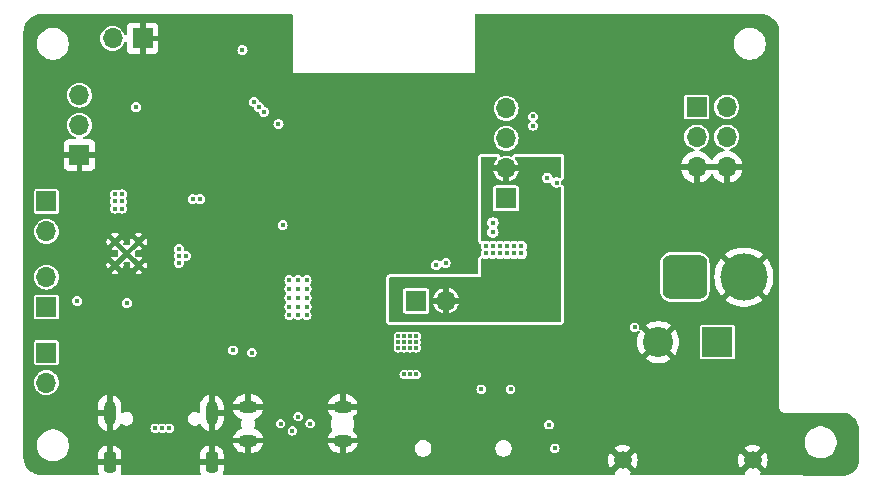
<source format=gbr>
%TF.GenerationSoftware,KiCad,Pcbnew,8.0.6*%
%TF.CreationDate,2024-12-20T17:35:19-08:00*%
%TF.ProjectId,roomba,726f6f6d-6261-42e6-9b69-6361645f7063,rev?*%
%TF.SameCoordinates,Original*%
%TF.FileFunction,Copper,L4,Bot*%
%TF.FilePolarity,Positive*%
%FSLAX46Y46*%
G04 Gerber Fmt 4.6, Leading zero omitted, Abs format (unit mm)*
G04 Created by KiCad (PCBNEW 8.0.6) date 2024-12-20 17:35:19*
%MOMM*%
%LPD*%
G01*
G04 APERTURE LIST*
G04 Aperture macros list*
%AMRoundRect*
0 Rectangle with rounded corners*
0 $1 Rounding radius*
0 $2 $3 $4 $5 $6 $7 $8 $9 X,Y pos of 4 corners*
0 Add a 4 corners polygon primitive as box body*
4,1,4,$2,$3,$4,$5,$6,$7,$8,$9,$2,$3,0*
0 Add four circle primitives for the rounded corners*
1,1,$1+$1,$2,$3*
1,1,$1+$1,$4,$5*
1,1,$1+$1,$6,$7*
1,1,$1+$1,$8,$9*
0 Add four rect primitives between the rounded corners*
20,1,$1+$1,$2,$3,$4,$5,0*
20,1,$1+$1,$4,$5,$6,$7,0*
20,1,$1+$1,$6,$7,$8,$9,0*
20,1,$1+$1,$8,$9,$2,$3,0*%
G04 Aperture macros list end*
%TA.AperFunction,ComponentPad*%
%ADD10R,1.700000X1.700000*%
%TD*%
%TA.AperFunction,ComponentPad*%
%ADD11O,1.700000X1.700000*%
%TD*%
%TA.AperFunction,ComponentPad*%
%ADD12C,0.450000*%
%TD*%
%TA.AperFunction,ComponentPad*%
%ADD13O,1.600000X1.100000*%
%TD*%
%TA.AperFunction,ComponentPad*%
%ADD14RoundRect,0.250000X-0.250000X-0.650000X0.250000X-0.650000X0.250000X0.650000X-0.250000X0.650000X0*%
%TD*%
%TA.AperFunction,ComponentPad*%
%ADD15O,1.000000X2.100000*%
%TD*%
%TA.AperFunction,ComponentPad*%
%ADD16C,4.000000*%
%TD*%
%TA.AperFunction,ComponentPad*%
%ADD17RoundRect,0.760000X-1.140000X-1.140000X1.140000X-1.140000X1.140000X1.140000X-1.140000X1.140000X0*%
%TD*%
%TA.AperFunction,ComponentPad*%
%ADD18R,2.550000X2.550000*%
%TD*%
%TA.AperFunction,ComponentPad*%
%ADD19C,1.508000*%
%TD*%
%TA.AperFunction,ComponentPad*%
%ADD20C,2.550000*%
%TD*%
%TA.AperFunction,ViaPad*%
%ADD21C,0.400000*%
%TD*%
%TA.AperFunction,ViaPad*%
%ADD22C,0.450000*%
%TD*%
G04 APERTURE END LIST*
D10*
%TO.P,U3,1,GND*%
%TO.N,GND*%
X162120000Y-102340000D03*
D11*
%TO.P,U3,2,VCC_IN*%
%TO.N,+3V3*%
X162120000Y-99800000D03*
%TO.P,U3,3,SDA*%
%TO.N,/SCL*%
X162120000Y-97260000D03*
%TO.P,U3,4,SCL*%
%TO.N,/SDA*%
X162120000Y-94720000D03*
%TD*%
D12*
%TO.P,U2,19,BODYGND*%
%TO.N,GND*%
X131000000Y-106000000D03*
X129000000Y-106000000D03*
X130000000Y-107000000D03*
X131000000Y-108000000D03*
X129000000Y-108000000D03*
%TD*%
D10*
%TO.P,M3,1,+*%
%TO.N,+BATT*%
X123200000Y-115400000D03*
D11*
%TO.P,M3,2,-*%
%TO.N,Net-(D10-A)*%
X123200000Y-117940000D03*
%TD*%
%TO.P,M2,2,-*%
%TO.N,Net-(M2--)*%
X123200000Y-109000000D03*
D10*
%TO.P,M2,1,+*%
%TO.N,Net-(M2-+)*%
X123200000Y-111540000D03*
%TD*%
%TO.P,M1,1,+*%
%TO.N,Net-(M1-+)*%
X123200000Y-102600000D03*
D11*
%TO.P,M1,2,-*%
%TO.N,Net-(M1--)*%
X123200000Y-105140000D03*
%TD*%
%TO.P,J7,2,Pin_2*%
%TO.N,+3V3*%
X157040000Y-111000000D03*
D10*
%TO.P,J7,1,Pin_1*%
%TO.N,GND*%
X154500000Y-111000000D03*
%TD*%
%TO.P,J6,1,Pin_1*%
%TO.N,GND*%
X131340000Y-88800000D03*
D11*
%TO.P,J6,2,Pin_2*%
%TO.N,+BATT*%
X128800000Y-88800000D03*
%TD*%
D13*
%TO.P,J4,S4,SHIELD*%
%TO.N,GND*%
X148275000Y-122840750D03*
%TO.P,J4,S3,SHIELD*%
X140275000Y-122840750D03*
%TO.P,J4,S2,SHIELD*%
X148275000Y-119980750D03*
%TO.P,J4,S1,SHIELD*%
X140275000Y-119980750D03*
%TD*%
D10*
%TO.P,J2,1,Pin_1*%
%TO.N,GND*%
X126000000Y-98680000D03*
D11*
%TO.P,J2,2,Pin_2*%
%TO.N,unconnected-(J2-Pin_2-Pad2)*%
X126000000Y-96140000D03*
%TO.P,J2,3,Pin_3*%
%TO.N,/BLDC_MOT*%
X126000000Y-93600000D03*
%TD*%
D14*
%TO.P,J1,S4,SHELL_GND*%
%TO.N,GND*%
X137195000Y-124673250D03*
%TO.P,J1,S3,SHELL_GND*%
X128555000Y-124673250D03*
D15*
%TO.P,J1,S2,SHELL_GND*%
X137195000Y-120493250D03*
%TO.P,J1,S1,SHELL_GND*%
X128555000Y-120493250D03*
%TD*%
D16*
%TO.P,J5,2,N*%
%TO.N,GND*%
X182250000Y-109000000D03*
D17*
%TO.P,J5,1,P*%
%TO.N,/Power/D_BATT*%
X177250000Y-109000000D03*
%TD*%
D18*
%TO.P,J3,1,P*%
%TO.N,/Power/D_BATT*%
X180000000Y-114500000D03*
D19*
%TO.P,J3,2,N*%
%TO.N,GND*%
X183000000Y-124500000D03*
D20*
X175000000Y-114500000D03*
D19*
X172000000Y-124500000D03*
%TD*%
D10*
%TO.P,LED1,1,Pin_1*%
%TO.N,+3V3*%
X178260000Y-94600000D03*
D11*
%TO.P,LED1,2,Pin_2*%
X180800000Y-94600000D03*
%TO.P,LED1,3,Pin_3*%
%TO.N,/LED_S1*%
X178260000Y-97140000D03*
%TO.P,LED1,4,Pin_4*%
%TO.N,/LED_S2*%
X180800000Y-97140000D03*
%TO.P,LED1,5,Pin_5*%
%TO.N,GND*%
X178260000Y-99680000D03*
%TO.P,LED1,6,Pin_6*%
X180800000Y-99680000D03*
%TD*%
D21*
%TO.N,GND*%
X143250000Y-107000000D03*
X143250000Y-107500000D03*
X142750000Y-107500000D03*
%TO.N,Net-(U1-SW)*%
X153000000Y-115000000D03*
X154000000Y-115000000D03*
X153500000Y-115000000D03*
X154500000Y-115000000D03*
X153000000Y-114500000D03*
X154000000Y-114500000D03*
X153500000Y-114500000D03*
X154500000Y-114500000D03*
X153500000Y-117250000D03*
X154000000Y-117250000D03*
X154500000Y-117250000D03*
X154500000Y-114000000D03*
X154000000Y-114000000D03*
X153500000Y-114000000D03*
X153000000Y-114000000D03*
%TO.N,GND*%
X152500000Y-125000000D03*
X152000000Y-125000000D03*
X152500000Y-124500000D03*
X152000000Y-124500000D03*
X177000000Y-118000000D03*
X176250000Y-118000000D03*
X176250000Y-117250000D03*
X172500000Y-118000000D03*
X173250000Y-117250000D03*
X173250000Y-118000000D03*
X175500000Y-118000000D03*
X174750000Y-118000000D03*
X174000000Y-118000000D03*
X175500000Y-117250000D03*
X175500000Y-116500000D03*
X174750000Y-116500000D03*
X174750000Y-117250000D03*
X174000000Y-117250000D03*
X174000000Y-116500000D03*
X173500000Y-104000000D03*
X174500000Y-104000000D03*
X172500000Y-104000000D03*
X174000000Y-104500000D03*
X173000000Y-104000000D03*
X173500000Y-104500000D03*
X174000000Y-104000000D03*
X173000000Y-104500000D03*
X173500000Y-105000000D03*
X166242062Y-118031831D03*
X166250000Y-117250000D03*
X166250000Y-116500000D03*
X166250000Y-115750000D03*
X166250000Y-115000000D03*
X166250000Y-114250000D03*
X165500000Y-114250000D03*
X166250000Y-113500000D03*
X165500000Y-113500000D03*
%TO.N,Net-(U1-VFB)*%
X162500000Y-118500000D03*
X160000000Y-118500000D03*
%TO.N,GND*%
X135000000Y-91250000D03*
X134000000Y-90750000D03*
X134500000Y-91250000D03*
X134000000Y-91250000D03*
X134500000Y-90750000D03*
X135000000Y-90750000D03*
X134500000Y-90000000D03*
X133500000Y-89500000D03*
X134000000Y-90000000D03*
X133500000Y-90000000D03*
X134000000Y-89500000D03*
X134500000Y-89500000D03*
X141250000Y-96250000D03*
X140250000Y-95750000D03*
X140750000Y-96250000D03*
X140250000Y-96250000D03*
X140750000Y-95750000D03*
X141250000Y-95750000D03*
X141497687Y-99252314D03*
X140997687Y-99252314D03*
X140997687Y-98752314D03*
X140497687Y-98752314D03*
X141500000Y-98750000D03*
X140497687Y-99252314D03*
X131497687Y-105002314D03*
X130997687Y-105002314D03*
X130997687Y-104502314D03*
X130497687Y-104502314D03*
X131500000Y-104500000D03*
X130497687Y-105002314D03*
X131502313Y-108997686D03*
X131000000Y-109000000D03*
X130500000Y-109000000D03*
X130500000Y-109500000D03*
X131000000Y-109500000D03*
X131500000Y-109500000D03*
X172000000Y-104250000D03*
X172500000Y-104750000D03*
X173000000Y-105250000D03*
X172000000Y-104750000D03*
X171500000Y-104750000D03*
X172500000Y-105250000D03*
X172000000Y-105250000D03*
X171500000Y-105250000D03*
X171000000Y-105250000D03*
X146250000Y-117750000D03*
X146250000Y-118750000D03*
X146750000Y-118250000D03*
X146250000Y-118250000D03*
X145750000Y-118250000D03*
X154750000Y-107750000D03*
X153750000Y-107750000D03*
X154250000Y-107750000D03*
X154750000Y-108250000D03*
X154250000Y-108250000D03*
X153750000Y-108250000D03*
X160500000Y-89000000D03*
X160000000Y-89000000D03*
X160500000Y-89500000D03*
X160000000Y-89500000D03*
X160500000Y-90000000D03*
X160000000Y-90000000D03*
X143500000Y-90000000D03*
X142750000Y-90000000D03*
X143500000Y-89500000D03*
X142750000Y-89500000D03*
X143500000Y-89000000D03*
X142750000Y-89000000D03*
X152570000Y-101090000D03*
X150925000Y-101135000D03*
X150925000Y-100275000D03*
X152575000Y-100275000D03*
X152575000Y-98625000D03*
X150925000Y-98625000D03*
%TO.N,Net-(Q9-G)*%
X165750000Y-121500000D03*
%TO.N,+3V3*%
X145250000Y-109250000D03*
X144500000Y-109250000D03*
X143750000Y-109250000D03*
X145250000Y-110000000D03*
X144500000Y-110000000D03*
X143750000Y-110000000D03*
X145250000Y-110750000D03*
X144500000Y-110750000D03*
X143750000Y-110750000D03*
X145250000Y-111500000D03*
X144500000Y-111500000D03*
X143750000Y-111500000D03*
X145250000Y-112250000D03*
X144500000Y-112250000D03*
X143750000Y-112250000D03*
%TO.N,GND*%
X138800000Y-107800000D03*
X138800000Y-107200000D03*
X138800000Y-106600000D03*
X138800000Y-106000000D03*
%TO.N,/SDA*%
X166400000Y-101000000D03*
%TO.N,/SCL*%
X165600000Y-100600000D03*
X164400000Y-95400000D03*
%TO.N,/SDA*%
X164400000Y-96200000D03*
D22*
%TO.N,/LED_S2*%
X161000000Y-105200000D03*
%TO.N,/LED_S1*%
X161000000Y-104400000D03*
%TO.N,+BATT*%
X135600000Y-102400000D03*
X136200000Y-102400000D03*
%TO.N,/SDA*%
X156200000Y-108000000D03*
%TO.N,Net-(MCU1-IO0)*%
X139800000Y-89800000D03*
X142850000Y-96050000D03*
%TO.N,+3V3*%
X141200000Y-94600000D03*
X141600000Y-95000000D03*
X140800000Y-94200000D03*
X130800000Y-94600000D03*
X129000000Y-103200000D03*
X129000000Y-102600000D03*
X129000000Y-102000000D03*
X129600000Y-103200000D03*
X129600000Y-102600000D03*
X129600000Y-102000000D03*
%TO.N,+BATT*%
X134400000Y-106600000D03*
X134400000Y-107800000D03*
X135000000Y-107200000D03*
X134400000Y-107200000D03*
%TO.N,+3V3*%
X125800000Y-111000000D03*
%TO.N,/nFault*%
X130000000Y-111200000D03*
X143200000Y-104600000D03*
%TO.N,+BATT*%
X162800000Y-106400000D03*
X163400000Y-107000000D03*
X162800000Y-107000000D03*
X163400000Y-106400000D03*
X161600000Y-106400000D03*
X162200000Y-107000000D03*
X161600000Y-107000000D03*
X162200000Y-106400000D03*
X161000000Y-106400000D03*
X160400000Y-106400000D03*
X161000000Y-107000000D03*
X160400000Y-107000000D03*
D21*
%TO.N,/DN*%
X144525000Y-120810750D03*
X144025000Y-122010750D03*
%TO.N,+V_USB*%
X133000000Y-121800000D03*
X132400000Y-121800000D03*
X133600000Y-121800000D03*
X145525000Y-121400000D03*
X143025000Y-121400000D03*
D22*
%TO.N,/SCL*%
X157000000Y-107800000D03*
D21*
%TO.N,GND*%
X167200000Y-97600000D03*
%TO.N,/DN*%
X140600000Y-115400000D03*
X139000000Y-115200000D03*
%TO.N,GND*%
X150925000Y-97750000D03*
X152575000Y-97750000D03*
X150925000Y-99495000D03*
X152570000Y-99450000D03*
X142247687Y-99252314D03*
X143250000Y-98750000D03*
X142247687Y-98752314D03*
X142747687Y-98752314D03*
X142747687Y-99252314D03*
X143247687Y-99252314D03*
%TO.N,Net-(Q9-G)*%
X173000000Y-113250000D03*
%TO.N,/Power/D_BATT*%
X166250000Y-123500000D03*
%TD*%
%TA.AperFunction,Conductor*%
%TO.N,GND*%
G36*
X180334075Y-99487007D02*
G01*
X180300000Y-99614174D01*
X180300000Y-99745826D01*
X180334075Y-99872993D01*
X180366988Y-99930000D01*
X178693012Y-99930000D01*
X178725925Y-99872993D01*
X178760000Y-99745826D01*
X178760000Y-99614174D01*
X178725925Y-99487007D01*
X178693012Y-99430000D01*
X180366988Y-99430000D01*
X180334075Y-99487007D01*
G37*
%TD.AperFunction*%
%TA.AperFunction,Conductor*%
G36*
X144009191Y-86769407D02*
G01*
X144045155Y-86818907D01*
X144050000Y-86849500D01*
X144050000Y-91725000D01*
X144050001Y-91725000D01*
X159449999Y-91725000D01*
X159450000Y-91725000D01*
X159450000Y-89143709D01*
X181399500Y-89143709D01*
X181399500Y-89356290D01*
X181432752Y-89566238D01*
X181498443Y-89768412D01*
X181594948Y-89957815D01*
X181594950Y-89957819D01*
X181719891Y-90129786D01*
X181719893Y-90129788D01*
X181719896Y-90129792D01*
X181870208Y-90280104D01*
X181870211Y-90280106D01*
X181870213Y-90280108D01*
X182042180Y-90405049D01*
X182042184Y-90405051D01*
X182231588Y-90501557D01*
X182433757Y-90567246D01*
X182433758Y-90567246D01*
X182433761Y-90567247D01*
X182643710Y-90600500D01*
X182643713Y-90600500D01*
X182856290Y-90600500D01*
X183066238Y-90567247D01*
X183066239Y-90567246D01*
X183066243Y-90567246D01*
X183268412Y-90501557D01*
X183457816Y-90405051D01*
X183629792Y-90280104D01*
X183780104Y-90129792D01*
X183863402Y-90015141D01*
X183905049Y-89957819D01*
X183905051Y-89957816D01*
X184001557Y-89768412D01*
X184067246Y-89566243D01*
X184067247Y-89566238D01*
X184100500Y-89356290D01*
X184100500Y-89143709D01*
X184067247Y-88933761D01*
X184067246Y-88933757D01*
X184001557Y-88731588D01*
X183905051Y-88542184D01*
X183905049Y-88542180D01*
X183780108Y-88370213D01*
X183780106Y-88370211D01*
X183780104Y-88370208D01*
X183629792Y-88219896D01*
X183629788Y-88219893D01*
X183629786Y-88219891D01*
X183457819Y-88094950D01*
X183457815Y-88094948D01*
X183268412Y-87998443D01*
X183066238Y-87932752D01*
X182856290Y-87899500D01*
X182856287Y-87899500D01*
X182643713Y-87899500D01*
X182643710Y-87899500D01*
X182433761Y-87932752D01*
X182231587Y-87998443D01*
X182042184Y-88094948D01*
X182042180Y-88094950D01*
X181870213Y-88219891D01*
X181719891Y-88370213D01*
X181594950Y-88542180D01*
X181594948Y-88542184D01*
X181498443Y-88731587D01*
X181432752Y-88933761D01*
X181399500Y-89143709D01*
X159450000Y-89143709D01*
X159450000Y-86849500D01*
X159468907Y-86791309D01*
X159518407Y-86755345D01*
X159549000Y-86750500D01*
X183684108Y-86750500D01*
X183746460Y-86750500D01*
X183753522Y-86750752D01*
X183778505Y-86752538D01*
X183956345Y-86765258D01*
X183970308Y-86767265D01*
X184165549Y-86809737D01*
X184179088Y-86813713D01*
X184366292Y-86883537D01*
X184379118Y-86889394D01*
X184554476Y-86985146D01*
X184566356Y-86992781D01*
X184726294Y-87112509D01*
X184736966Y-87121756D01*
X184878243Y-87263033D01*
X184887493Y-87273709D01*
X185007218Y-87433643D01*
X185014854Y-87445525D01*
X185110602Y-87620875D01*
X185116466Y-87633715D01*
X185186284Y-87820904D01*
X185190264Y-87834457D01*
X185232732Y-88029681D01*
X185234742Y-88043662D01*
X185249248Y-88246476D01*
X185249500Y-88253539D01*
X185249500Y-120065892D01*
X185250878Y-120071034D01*
X185283609Y-120193190D01*
X185349496Y-120307309D01*
X185349498Y-120307311D01*
X185349500Y-120307314D01*
X185442686Y-120400500D01*
X185442688Y-120400501D01*
X185442690Y-120400503D01*
X185556810Y-120466390D01*
X185556808Y-120466390D01*
X185556812Y-120466391D01*
X185556814Y-120466392D01*
X185684108Y-120500500D01*
X185815892Y-120500500D01*
X190434694Y-120500500D01*
X190456001Y-120502820D01*
X190456585Y-120502949D01*
X190509005Y-120500599D01*
X190513438Y-120500500D01*
X190538494Y-120500500D01*
X190541329Y-120500541D01*
X190722775Y-120505739D01*
X190737220Y-120507218D01*
X190927431Y-120540951D01*
X190941486Y-120544524D01*
X191124721Y-120605731D01*
X191138108Y-120611326D01*
X191310399Y-120698684D01*
X191322834Y-120706184D01*
X191480483Y-120817813D01*
X191491685Y-120827050D01*
X191605686Y-120936057D01*
X191631302Y-120960550D01*
X191641027Y-120971322D01*
X191759607Y-121123821D01*
X191767655Y-121135907D01*
X191862635Y-121304107D01*
X191868831Y-121317247D01*
X191938173Y-121497535D01*
X191942379Y-121511440D01*
X191984589Y-121699933D01*
X191986715Y-121714304D01*
X192001153Y-121910567D01*
X192001420Y-121917830D01*
X192001420Y-121980102D01*
X192001427Y-121980156D01*
X192002265Y-121991941D01*
X192028055Y-124276907D01*
X192026697Y-124290086D01*
X192026909Y-124290105D01*
X192026351Y-124296569D01*
X192028852Y-124352376D01*
X192028945Y-124355689D01*
X192029078Y-124367454D01*
X192029043Y-124371407D01*
X192023564Y-124562757D01*
X192022084Y-124577209D01*
X191988356Y-124767406D01*
X191984777Y-124781485D01*
X191923579Y-124964696D01*
X191917978Y-124978101D01*
X191830623Y-125150390D01*
X191823120Y-125162830D01*
X191711497Y-125320473D01*
X191702255Y-125331681D01*
X191568760Y-125471294D01*
X191557977Y-125481029D01*
X191405487Y-125599604D01*
X191393395Y-125607656D01*
X191225197Y-125702635D01*
X191212057Y-125708831D01*
X191031767Y-125778174D01*
X191017862Y-125782380D01*
X190829368Y-125824591D01*
X190814997Y-125826717D01*
X190620184Y-125841047D01*
X190611607Y-125841305D01*
X183914529Y-125752422D01*
X183902922Y-125751584D01*
X183901697Y-125751422D01*
X183839715Y-125751421D01*
X183838404Y-125751412D01*
X183776538Y-125750590D01*
X183775308Y-125750736D01*
X183763714Y-125751417D01*
X183713059Y-125751416D01*
X183654869Y-125732508D01*
X183618906Y-125683007D01*
X183618907Y-125621821D01*
X183654872Y-125572322D01*
X183656276Y-125571321D01*
X183692442Y-125545996D01*
X183129408Y-124982962D01*
X183192993Y-124965925D01*
X183307007Y-124900099D01*
X183400099Y-124807007D01*
X183465925Y-124692993D01*
X183482962Y-124629408D01*
X184045996Y-125192442D01*
X184090137Y-125129405D01*
X184090145Y-125129391D01*
X184182875Y-124930533D01*
X184239667Y-124718579D01*
X184258790Y-124500003D01*
X184258790Y-124499996D01*
X184239667Y-124281420D01*
X184182874Y-124069463D01*
X184090148Y-123870613D01*
X184090146Y-123870609D01*
X184045995Y-123807555D01*
X183482962Y-124370589D01*
X183465925Y-124307007D01*
X183400099Y-124192993D01*
X183307007Y-124099901D01*
X183192993Y-124034075D01*
X183129407Y-124017036D01*
X183692442Y-123454002D01*
X183629396Y-123409856D01*
X183629386Y-123409851D01*
X183430535Y-123317125D01*
X183430536Y-123317125D01*
X183218579Y-123260332D01*
X183000003Y-123241210D01*
X182999997Y-123241210D01*
X182781420Y-123260332D01*
X182569463Y-123317125D01*
X182370615Y-123409850D01*
X182370609Y-123409853D01*
X182307556Y-123454002D01*
X182870591Y-124017037D01*
X182807007Y-124034075D01*
X182692993Y-124099901D01*
X182599901Y-124192993D01*
X182534075Y-124307007D01*
X182517037Y-124370591D01*
X181954002Y-123807556D01*
X181909853Y-123870609D01*
X181909850Y-123870615D01*
X181817125Y-124069463D01*
X181760332Y-124281420D01*
X181741210Y-124499996D01*
X181741210Y-124500003D01*
X181760332Y-124718579D01*
X181817125Y-124930536D01*
X181909851Y-125129386D01*
X181909856Y-125129396D01*
X181954002Y-125192442D01*
X182517036Y-124629407D01*
X182534075Y-124692993D01*
X182599901Y-124807007D01*
X182692993Y-124900099D01*
X182807007Y-124965925D01*
X182870589Y-124982962D01*
X182307555Y-125545995D01*
X182343657Y-125571274D01*
X182380479Y-125620139D01*
X182381547Y-125681315D01*
X182346453Y-125731435D01*
X182288601Y-125751355D01*
X182286870Y-125751370D01*
X172713553Y-125751069D01*
X172655363Y-125732160D01*
X172619400Y-125682659D01*
X172619402Y-125621473D01*
X172655368Y-125571974D01*
X172656771Y-125570973D01*
X172692441Y-125545995D01*
X172129408Y-124982962D01*
X172192993Y-124965925D01*
X172307007Y-124900099D01*
X172400099Y-124807007D01*
X172465925Y-124692993D01*
X172482962Y-124629408D01*
X173045996Y-125192442D01*
X173090137Y-125129405D01*
X173090145Y-125129391D01*
X173182875Y-124930533D01*
X173239667Y-124718579D01*
X173258790Y-124500003D01*
X173258790Y-124499996D01*
X173239667Y-124281420D01*
X173182874Y-124069463D01*
X173090148Y-123870613D01*
X173090146Y-123870609D01*
X173045995Y-123807555D01*
X172482962Y-124370589D01*
X172465925Y-124307007D01*
X172400099Y-124192993D01*
X172307007Y-124099901D01*
X172192993Y-124034075D01*
X172129407Y-124017036D01*
X172692442Y-123454002D01*
X172629396Y-123409856D01*
X172629386Y-123409851D01*
X172430535Y-123317125D01*
X172430536Y-123317125D01*
X172218579Y-123260332D01*
X172000003Y-123241210D01*
X171999997Y-123241210D01*
X171781420Y-123260332D01*
X171569463Y-123317125D01*
X171370615Y-123409850D01*
X171370609Y-123409853D01*
X171307556Y-123454002D01*
X171870591Y-124017037D01*
X171807007Y-124034075D01*
X171692993Y-124099901D01*
X171599901Y-124192993D01*
X171534075Y-124307007D01*
X171517037Y-124370591D01*
X170954002Y-123807556D01*
X170909853Y-123870609D01*
X170909850Y-123870615D01*
X170817125Y-124069463D01*
X170760332Y-124281420D01*
X170741210Y-124499996D01*
X170741210Y-124500003D01*
X170760332Y-124718579D01*
X170817125Y-124930536D01*
X170909851Y-125129386D01*
X170909856Y-125129396D01*
X170954002Y-125192442D01*
X171517036Y-124629407D01*
X171534075Y-124692993D01*
X171599901Y-124807007D01*
X171692993Y-124900099D01*
X171807007Y-124965925D01*
X171870589Y-124982962D01*
X171307555Y-125545995D01*
X171343164Y-125570929D01*
X171379986Y-125619794D01*
X171381053Y-125680970D01*
X171345958Y-125731090D01*
X171288106Y-125751010D01*
X171286376Y-125751025D01*
X138230794Y-125749986D01*
X138172604Y-125731077D01*
X138136641Y-125681576D01*
X138136643Y-125620390D01*
X138136822Y-125619846D01*
X138184506Y-125475943D01*
X138195000Y-125373237D01*
X138195000Y-124923251D01*
X138194999Y-124923250D01*
X137495000Y-124923250D01*
X137495000Y-124423250D01*
X138194998Y-124423250D01*
X138194999Y-124423249D01*
X138194999Y-123973263D01*
X138184507Y-123870562D01*
X138184504Y-123870550D01*
X138129356Y-123704125D01*
X138037319Y-123554909D01*
X137913340Y-123430930D01*
X137764124Y-123338893D01*
X137597693Y-123283743D01*
X137494987Y-123273250D01*
X137445001Y-123273250D01*
X137445000Y-123273251D01*
X137445000Y-124106261D01*
X137435060Y-124089045D01*
X137379205Y-124033190D01*
X137310796Y-123993694D01*
X137234496Y-123973250D01*
X137155504Y-123973250D01*
X137079204Y-123993694D01*
X137010795Y-124033190D01*
X136954940Y-124089045D01*
X136945000Y-124106261D01*
X136945000Y-123273249D01*
X136895015Y-123273250D01*
X136895012Y-123273251D01*
X136792312Y-123283742D01*
X136792300Y-123283745D01*
X136625875Y-123338893D01*
X136476659Y-123430930D01*
X136352680Y-123554909D01*
X136260643Y-123704125D01*
X136205493Y-123870556D01*
X136195000Y-123973262D01*
X136195000Y-124423249D01*
X136195001Y-124423250D01*
X136895000Y-124423250D01*
X136895000Y-124923250D01*
X136195002Y-124923250D01*
X136195001Y-124923251D01*
X136195001Y-125373236D01*
X136205492Y-125475937D01*
X136205495Y-125475949D01*
X136253156Y-125619780D01*
X136253512Y-125680964D01*
X136217837Y-125730673D01*
X136159757Y-125749918D01*
X136159178Y-125749920D01*
X129590884Y-125749714D01*
X129532694Y-125730805D01*
X129496731Y-125681304D01*
X129496733Y-125620118D01*
X129496912Y-125619574D01*
X129544506Y-125475943D01*
X129555000Y-125373237D01*
X129555000Y-124923251D01*
X129554999Y-124923250D01*
X128855000Y-124923250D01*
X128855000Y-124423250D01*
X129554998Y-124423250D01*
X129554999Y-124423249D01*
X129554999Y-123973263D01*
X129544507Y-123870562D01*
X129544504Y-123870550D01*
X129489356Y-123704125D01*
X129397319Y-123554909D01*
X129273340Y-123430930D01*
X129124124Y-123338893D01*
X128957693Y-123283743D01*
X128854987Y-123273250D01*
X128805001Y-123273250D01*
X128805000Y-123273251D01*
X128805000Y-124106261D01*
X128795060Y-124089045D01*
X128739205Y-124033190D01*
X128670796Y-123993694D01*
X128594496Y-123973250D01*
X128515504Y-123973250D01*
X128439204Y-123993694D01*
X128370795Y-124033190D01*
X128314940Y-124089045D01*
X128305000Y-124106261D01*
X128305000Y-123273249D01*
X128255015Y-123273250D01*
X128255012Y-123273251D01*
X128152312Y-123283742D01*
X128152300Y-123283745D01*
X127985875Y-123338893D01*
X127836659Y-123430930D01*
X127712680Y-123554909D01*
X127620643Y-123704125D01*
X127565493Y-123870556D01*
X127555000Y-123973262D01*
X127555000Y-124423249D01*
X127555001Y-124423250D01*
X128255000Y-124423250D01*
X128255000Y-124923250D01*
X127555002Y-124923250D01*
X127555001Y-124923251D01*
X127555001Y-125373236D01*
X127565492Y-125475937D01*
X127565495Y-125475949D01*
X127613066Y-125619509D01*
X127613422Y-125680693D01*
X127577747Y-125730402D01*
X127519667Y-125749647D01*
X127519088Y-125749649D01*
X122821977Y-125749502D01*
X122821943Y-125749500D01*
X122815892Y-125749500D01*
X122753540Y-125749500D01*
X122746477Y-125749248D01*
X122543662Y-125734742D01*
X122529681Y-125732732D01*
X122334457Y-125690264D01*
X122320904Y-125686284D01*
X122221611Y-125649249D01*
X122133713Y-125616465D01*
X122120875Y-125610602D01*
X121945525Y-125514854D01*
X121933643Y-125507218D01*
X121773709Y-125387493D01*
X121763033Y-125378243D01*
X121621756Y-125236966D01*
X121612506Y-125226290D01*
X121565000Y-125162830D01*
X121492781Y-125066356D01*
X121485145Y-125054474D01*
X121389394Y-124879118D01*
X121383537Y-124866292D01*
X121313713Y-124679088D01*
X121309737Y-124665549D01*
X121267265Y-124470308D01*
X121265258Y-124456345D01*
X121250752Y-124253522D01*
X121250500Y-124246460D01*
X121250500Y-123143709D01*
X122399500Y-123143709D01*
X122399500Y-123356290D01*
X122432752Y-123566238D01*
X122498443Y-123768412D01*
X122594948Y-123957815D01*
X122594950Y-123957819D01*
X122719891Y-124129786D01*
X122719893Y-124129788D01*
X122719896Y-124129792D01*
X122870208Y-124280104D01*
X122870211Y-124280106D01*
X122870213Y-124280108D01*
X123042180Y-124405049D01*
X123042184Y-124405051D01*
X123231588Y-124501557D01*
X123433757Y-124567246D01*
X123433758Y-124567246D01*
X123433761Y-124567247D01*
X123643710Y-124600500D01*
X123643713Y-124600500D01*
X123856290Y-124600500D01*
X124066238Y-124567247D01*
X124066239Y-124567246D01*
X124066243Y-124567246D01*
X124268412Y-124501557D01*
X124457816Y-124405051D01*
X124629792Y-124280104D01*
X124780104Y-124129792D01*
X124905051Y-123957816D01*
X125001557Y-123768412D01*
X125067246Y-123566243D01*
X125077738Y-123499999D01*
X125100500Y-123356290D01*
X125100500Y-123143709D01*
X125067247Y-122933761D01*
X125067246Y-122933757D01*
X125001557Y-122731588D01*
X124905051Y-122542184D01*
X124905049Y-122542180D01*
X124780108Y-122370213D01*
X124780106Y-122370211D01*
X124780104Y-122370208D01*
X124629792Y-122219896D01*
X124629788Y-122219893D01*
X124629786Y-122219891D01*
X124457819Y-122094950D01*
X124457815Y-122094948D01*
X124268412Y-121998443D01*
X124066238Y-121932752D01*
X123856290Y-121899500D01*
X123856287Y-121899500D01*
X123643713Y-121899500D01*
X123643710Y-121899500D01*
X123433761Y-121932752D01*
X123231587Y-121998443D01*
X123042184Y-122094948D01*
X123042180Y-122094950D01*
X122870213Y-122219891D01*
X122719891Y-122370213D01*
X122594950Y-122542180D01*
X122594948Y-122542184D01*
X122498443Y-122731587D01*
X122432752Y-122933761D01*
X122399500Y-123143709D01*
X121250500Y-123143709D01*
X121250500Y-119844756D01*
X127555000Y-119844756D01*
X127555000Y-120243249D01*
X127555001Y-120243250D01*
X128255000Y-120243250D01*
X128255000Y-120743250D01*
X127555001Y-120743250D01*
X127555000Y-120743251D01*
X127555000Y-121141743D01*
X127593429Y-121334938D01*
X127593429Y-121334940D01*
X127668808Y-121516923D01*
X127668814Y-121516935D01*
X127778249Y-121680712D01*
X127778252Y-121680716D01*
X127917533Y-121819997D01*
X127917537Y-121820000D01*
X128081314Y-121929435D01*
X128081326Y-121929441D01*
X128263304Y-122004818D01*
X128263315Y-122004821D01*
X128305000Y-122013112D01*
X128305000Y-121210238D01*
X128314940Y-121227455D01*
X128370795Y-121283310D01*
X128439204Y-121322806D01*
X128515504Y-121343250D01*
X128594496Y-121343250D01*
X128670796Y-121322806D01*
X128739205Y-121283310D01*
X128795060Y-121227455D01*
X128805000Y-121210238D01*
X128805000Y-122013111D01*
X128846684Y-122004821D01*
X128846695Y-122004818D01*
X129028673Y-121929441D01*
X129028685Y-121929435D01*
X129192462Y-121820000D01*
X129192466Y-121819997D01*
X129212464Y-121799999D01*
X131994508Y-121799999D01*
X131994508Y-121800000D01*
X132014354Y-121925303D01*
X132014355Y-121925307D01*
X132065231Y-122025155D01*
X132071950Y-122038342D01*
X132161658Y-122128050D01*
X132274696Y-122185646D01*
X132400000Y-122205492D01*
X132525304Y-122185646D01*
X132638342Y-122128050D01*
X132638348Y-122128043D01*
X132641810Y-122125530D01*
X132700000Y-122106623D01*
X132758190Y-122125530D01*
X132761654Y-122128046D01*
X132761658Y-122128050D01*
X132874696Y-122185646D01*
X133000000Y-122205492D01*
X133125304Y-122185646D01*
X133238342Y-122128050D01*
X133238348Y-122128043D01*
X133241810Y-122125530D01*
X133300000Y-122106623D01*
X133358190Y-122125530D01*
X133361654Y-122128046D01*
X133361658Y-122128050D01*
X133474696Y-122185646D01*
X133600000Y-122205492D01*
X133725304Y-122185646D01*
X133838342Y-122128050D01*
X133928050Y-122038342D01*
X133985646Y-121925304D01*
X134005492Y-121800000D01*
X133985646Y-121674696D01*
X133928050Y-121561658D01*
X133838342Y-121471950D01*
X133802652Y-121453765D01*
X133725307Y-121414355D01*
X133725304Y-121414354D01*
X133600000Y-121394508D01*
X133474696Y-121414354D01*
X133474692Y-121414355D01*
X133361656Y-121471950D01*
X133358185Y-121474473D01*
X133299993Y-121493376D01*
X133241815Y-121474473D01*
X133238343Y-121471950D01*
X133125307Y-121414355D01*
X133125304Y-121414354D01*
X133000000Y-121394508D01*
X132874696Y-121414354D01*
X132874692Y-121414355D01*
X132761656Y-121471950D01*
X132758185Y-121474473D01*
X132699993Y-121493376D01*
X132641815Y-121474473D01*
X132638343Y-121471950D01*
X132525307Y-121414355D01*
X132525304Y-121414354D01*
X132400000Y-121394508D01*
X132274696Y-121414354D01*
X132274692Y-121414355D01*
X132161659Y-121471949D01*
X132071949Y-121561659D01*
X132014355Y-121674692D01*
X132014354Y-121674696D01*
X131994508Y-121799999D01*
X129212464Y-121799999D01*
X129331747Y-121680716D01*
X129331750Y-121680712D01*
X129441185Y-121516935D01*
X129441188Y-121516928D01*
X129458768Y-121474486D01*
X129498504Y-121427960D01*
X129557999Y-121413675D01*
X129614527Y-121437089D01*
X129620223Y-121442353D01*
X129631635Y-121453765D01*
X129631637Y-121453766D01*
X129631639Y-121453768D01*
X129762861Y-121529529D01*
X129762859Y-121529529D01*
X129762863Y-121529530D01*
X129762865Y-121529531D01*
X129909234Y-121568750D01*
X129909236Y-121568750D01*
X130060764Y-121568750D01*
X130060766Y-121568750D01*
X130207135Y-121529531D01*
X130207137Y-121529529D01*
X130207139Y-121529529D01*
X130338360Y-121453768D01*
X130338360Y-121453767D01*
X130338365Y-121453765D01*
X130445515Y-121346615D01*
X130445518Y-121346610D01*
X130521279Y-121215389D01*
X130521279Y-121215387D01*
X130521281Y-121215385D01*
X130560500Y-121069016D01*
X130560500Y-120917484D01*
X135189500Y-120917484D01*
X135189500Y-121069016D01*
X135217081Y-121171950D01*
X135228720Y-121215389D01*
X135304481Y-121346610D01*
X135304483Y-121346612D01*
X135304485Y-121346615D01*
X135411635Y-121453765D01*
X135411637Y-121453766D01*
X135411639Y-121453768D01*
X135542861Y-121529529D01*
X135542859Y-121529529D01*
X135542863Y-121529530D01*
X135542865Y-121529531D01*
X135689234Y-121568750D01*
X135689236Y-121568750D01*
X135840764Y-121568750D01*
X135840766Y-121568750D01*
X135987135Y-121529531D01*
X135987137Y-121529529D01*
X135987139Y-121529529D01*
X136118360Y-121453768D01*
X136118360Y-121453767D01*
X136118365Y-121453765D01*
X136129762Y-121442367D01*
X136184276Y-121414589D01*
X136244708Y-121424159D01*
X136287974Y-121467422D01*
X136291230Y-121474484D01*
X136308810Y-121516926D01*
X136308814Y-121516935D01*
X136418249Y-121680712D01*
X136418252Y-121680716D01*
X136557533Y-121819997D01*
X136557537Y-121820000D01*
X136721314Y-121929435D01*
X136721326Y-121929441D01*
X136903304Y-122004818D01*
X136903315Y-122004821D01*
X136945000Y-122013112D01*
X136945000Y-121210238D01*
X136954940Y-121227455D01*
X137010795Y-121283310D01*
X137079204Y-121322806D01*
X137155504Y-121343250D01*
X137234496Y-121343250D01*
X137310796Y-121322806D01*
X137379205Y-121283310D01*
X137435060Y-121227455D01*
X137445000Y-121210238D01*
X137445000Y-122013111D01*
X137486684Y-122004821D01*
X137486695Y-122004818D01*
X137668673Y-121929441D01*
X137668685Y-121929435D01*
X137832462Y-121820000D01*
X137832466Y-121819997D01*
X137971747Y-121680716D01*
X137971750Y-121680712D01*
X138081185Y-121516935D01*
X138081191Y-121516923D01*
X138156570Y-121334940D01*
X138156570Y-121334938D01*
X138194999Y-121141743D01*
X138195000Y-121141740D01*
X138195000Y-120743251D01*
X138194999Y-120743250D01*
X137495000Y-120743250D01*
X137495000Y-120243250D01*
X138194999Y-120243250D01*
X138195000Y-120243249D01*
X138195000Y-119844759D01*
X138194999Y-119844756D01*
X138172322Y-119730750D01*
X139004157Y-119730750D01*
X139858012Y-119730750D01*
X139840795Y-119740690D01*
X139784940Y-119796545D01*
X139745444Y-119864954D01*
X139725000Y-119941254D01*
X139725000Y-120020246D01*
X139745444Y-120096546D01*
X139784940Y-120164955D01*
X139840795Y-120220810D01*
X139858012Y-120230750D01*
X139004157Y-120230750D01*
X139015349Y-120287019D01*
X139015351Y-120287026D01*
X139094501Y-120478110D01*
X139094507Y-120478122D01*
X139209405Y-120650079D01*
X139355670Y-120796344D01*
X139527625Y-120911241D01*
X139527639Y-120911248D01*
X139694964Y-120980557D01*
X139741489Y-121020294D01*
X139755773Y-121079789D01*
X139742815Y-121121520D01*
X139710764Y-121177034D01*
X139673194Y-121317247D01*
X139669500Y-121331034D01*
X139669500Y-121490466D01*
X139678835Y-121525303D01*
X139710764Y-121644465D01*
X139742815Y-121699979D01*
X139755536Y-121759827D01*
X139730649Y-121815723D01*
X139694964Y-121840942D01*
X139527639Y-121910251D01*
X139527625Y-121910258D01*
X139355670Y-122025155D01*
X139209405Y-122171420D01*
X139094508Y-122343375D01*
X139094501Y-122343389D01*
X139015351Y-122534473D01*
X139015349Y-122534480D01*
X139004157Y-122590750D01*
X139858012Y-122590750D01*
X139840795Y-122600690D01*
X139784940Y-122656545D01*
X139745444Y-122724954D01*
X139725000Y-122801254D01*
X139725000Y-122880246D01*
X139745444Y-122956546D01*
X139784940Y-123024955D01*
X139840795Y-123080810D01*
X139858012Y-123090750D01*
X139004157Y-123090750D01*
X139015349Y-123147019D01*
X139015351Y-123147026D01*
X139094501Y-123338110D01*
X139094508Y-123338124D01*
X139209405Y-123510079D01*
X139355670Y-123656344D01*
X139527625Y-123771241D01*
X139527639Y-123771248D01*
X139718727Y-123850400D01*
X139921581Y-123890749D01*
X139921586Y-123890750D01*
X140024999Y-123890750D01*
X140025000Y-123890749D01*
X140025000Y-123140750D01*
X140525000Y-123140750D01*
X140525000Y-123890749D01*
X140525001Y-123890750D01*
X140628414Y-123890750D01*
X140628418Y-123890749D01*
X140831272Y-123850400D01*
X141022360Y-123771248D01*
X141022374Y-123771241D01*
X141194329Y-123656344D01*
X141340594Y-123510079D01*
X141455491Y-123338124D01*
X141455498Y-123338110D01*
X141534648Y-123147026D01*
X141534650Y-123147019D01*
X141545843Y-123090750D01*
X140691988Y-123090750D01*
X140709205Y-123080810D01*
X140765060Y-123024955D01*
X140804556Y-122956546D01*
X140825000Y-122880246D01*
X140825000Y-122801254D01*
X140804556Y-122724954D01*
X140765060Y-122656545D01*
X140709205Y-122600690D01*
X140691988Y-122590750D01*
X141545842Y-122590750D01*
X141534650Y-122534480D01*
X141534648Y-122534473D01*
X141455498Y-122343389D01*
X141455491Y-122343375D01*
X141340594Y-122171420D01*
X141194329Y-122025155D01*
X141172769Y-122010749D01*
X143619508Y-122010749D01*
X143619508Y-122010750D01*
X143639354Y-122136053D01*
X143639355Y-122136057D01*
X143682071Y-122219891D01*
X143696950Y-122249092D01*
X143786658Y-122338800D01*
X143899696Y-122396396D01*
X144025000Y-122416242D01*
X144150304Y-122396396D01*
X144263342Y-122338800D01*
X144353050Y-122249092D01*
X144410646Y-122136054D01*
X144430492Y-122010750D01*
X144429552Y-122004818D01*
X144427109Y-121989390D01*
X144410646Y-121885446D01*
X144353050Y-121772408D01*
X144263342Y-121682700D01*
X144247633Y-121674696D01*
X144150307Y-121625105D01*
X144150304Y-121625104D01*
X144025000Y-121605258D01*
X143899696Y-121625104D01*
X143899692Y-121625105D01*
X143786659Y-121682699D01*
X143696949Y-121772409D01*
X143639355Y-121885442D01*
X143639354Y-121885446D01*
X143619508Y-122010749D01*
X141172769Y-122010749D01*
X141022374Y-121910258D01*
X141022360Y-121910251D01*
X140855035Y-121840942D01*
X140808509Y-121801205D01*
X140794226Y-121741710D01*
X140807185Y-121699978D01*
X140807211Y-121699933D01*
X140839236Y-121644464D01*
X140880500Y-121490466D01*
X140880500Y-121400000D01*
X142619508Y-121400000D01*
X142638028Y-121516935D01*
X142639354Y-121525303D01*
X142639355Y-121525307D01*
X142643585Y-121533608D01*
X142696950Y-121638342D01*
X142786658Y-121728050D01*
X142899696Y-121785646D01*
X143025000Y-121805492D01*
X143150304Y-121785646D01*
X143263342Y-121728050D01*
X143353050Y-121638342D01*
X143410646Y-121525304D01*
X143430492Y-121400000D01*
X145119508Y-121400000D01*
X145138028Y-121516935D01*
X145139354Y-121525303D01*
X145139355Y-121525307D01*
X145143585Y-121533608D01*
X145196950Y-121638342D01*
X145286658Y-121728050D01*
X145399696Y-121785646D01*
X145525000Y-121805492D01*
X145650304Y-121785646D01*
X145763342Y-121728050D01*
X145853050Y-121638342D01*
X145910646Y-121525304D01*
X145930492Y-121400000D01*
X145910646Y-121274696D01*
X145853050Y-121161658D01*
X145763342Y-121071950D01*
X145757580Y-121069014D01*
X145650307Y-121014355D01*
X145650304Y-121014354D01*
X145525000Y-120994508D01*
X145399696Y-121014354D01*
X145399692Y-121014355D01*
X145286659Y-121071949D01*
X145196949Y-121161659D01*
X145139355Y-121274692D01*
X145139354Y-121274696D01*
X145119508Y-121400000D01*
X143430492Y-121400000D01*
X143410646Y-121274696D01*
X143353050Y-121161658D01*
X143263342Y-121071950D01*
X143257580Y-121069014D01*
X143150307Y-121014355D01*
X143150304Y-121014354D01*
X143025000Y-120994508D01*
X142899696Y-121014354D01*
X142899692Y-121014355D01*
X142786659Y-121071949D01*
X142696949Y-121161659D01*
X142639355Y-121274692D01*
X142639354Y-121274696D01*
X142619508Y-121400000D01*
X140880500Y-121400000D01*
X140880500Y-121331034D01*
X140839236Y-121177036D01*
X140807183Y-121121518D01*
X140794463Y-121061672D01*
X140819350Y-121005777D01*
X140855035Y-120980557D01*
X141022360Y-120911248D01*
X141022374Y-120911241D01*
X141172770Y-120810749D01*
X144119508Y-120810749D01*
X144119508Y-120810750D01*
X144139354Y-120936053D01*
X144139355Y-120936057D01*
X144194944Y-121045156D01*
X144196950Y-121049092D01*
X144286658Y-121138800D01*
X144399696Y-121196396D01*
X144525000Y-121216242D01*
X144650304Y-121196396D01*
X144763342Y-121138800D01*
X144853050Y-121049092D01*
X144910646Y-120936054D01*
X144930492Y-120810750D01*
X144910646Y-120685446D01*
X144853050Y-120572408D01*
X144763342Y-120482700D01*
X144759406Y-120480694D01*
X144650307Y-120425105D01*
X144650304Y-120425104D01*
X144525000Y-120405258D01*
X144399696Y-120425104D01*
X144399692Y-120425105D01*
X144286659Y-120482699D01*
X144196949Y-120572409D01*
X144139355Y-120685442D01*
X144139354Y-120685446D01*
X144119508Y-120810749D01*
X141172770Y-120810749D01*
X141194329Y-120796344D01*
X141340594Y-120650079D01*
X141455493Y-120478122D01*
X141455498Y-120478110D01*
X141534648Y-120287026D01*
X141534650Y-120287019D01*
X141545843Y-120230750D01*
X140691988Y-120230750D01*
X140709205Y-120220810D01*
X140765060Y-120164955D01*
X140804556Y-120096546D01*
X140825000Y-120020246D01*
X140825000Y-119941254D01*
X140804556Y-119864954D01*
X140765060Y-119796545D01*
X140709205Y-119740690D01*
X140691988Y-119730750D01*
X141545842Y-119730750D01*
X147004157Y-119730750D01*
X147858012Y-119730750D01*
X147840795Y-119740690D01*
X147784940Y-119796545D01*
X147745444Y-119864954D01*
X147725000Y-119941254D01*
X147725000Y-120020246D01*
X147745444Y-120096546D01*
X147784940Y-120164955D01*
X147840795Y-120220810D01*
X147858012Y-120230750D01*
X147004157Y-120230750D01*
X147015349Y-120287019D01*
X147015351Y-120287026D01*
X147094501Y-120478110D01*
X147094507Y-120478122D01*
X147209405Y-120650079D01*
X147355667Y-120796341D01*
X147377699Y-120811062D01*
X147415579Y-120859111D01*
X147417981Y-120920250D01*
X147405019Y-120948371D01*
X147366829Y-121005538D01*
X147366824Y-121005548D01*
X147302349Y-121161251D01*
X147302346Y-121161260D01*
X147269489Y-121326553D01*
X147269488Y-121326559D01*
X147269500Y-121410819D01*
X147269509Y-121482962D01*
X147269540Y-121483423D01*
X147269538Y-121494933D01*
X147269539Y-121494942D01*
X147302394Y-121660224D01*
X147302397Y-121660234D01*
X147366869Y-121815930D01*
X147366875Y-121815940D01*
X147405060Y-121873099D01*
X147421663Y-121931988D01*
X147400481Y-121989390D01*
X147377743Y-122010407D01*
X147355663Y-122025160D01*
X147355662Y-122025161D01*
X147209408Y-122171416D01*
X147209406Y-122171418D01*
X147094508Y-122343375D01*
X147094501Y-122343389D01*
X147015351Y-122534473D01*
X147015349Y-122534480D01*
X147004157Y-122590750D01*
X147858012Y-122590750D01*
X147840795Y-122600690D01*
X147784940Y-122656545D01*
X147745444Y-122724954D01*
X147725000Y-122801254D01*
X147725000Y-122880246D01*
X147745444Y-122956546D01*
X147784940Y-123024955D01*
X147840795Y-123080810D01*
X147858012Y-123090750D01*
X147004157Y-123090750D01*
X147015349Y-123147019D01*
X147015351Y-123147026D01*
X147094501Y-123338110D01*
X147094508Y-123338124D01*
X147209405Y-123510079D01*
X147355670Y-123656344D01*
X147527625Y-123771241D01*
X147527639Y-123771248D01*
X147718727Y-123850400D01*
X147921581Y-123890749D01*
X147921586Y-123890750D01*
X148024999Y-123890750D01*
X148025000Y-123890749D01*
X148025000Y-123140750D01*
X148525000Y-123140750D01*
X148525000Y-123890749D01*
X148525001Y-123890750D01*
X148628414Y-123890750D01*
X148628418Y-123890749D01*
X148831272Y-123850400D01*
X149022360Y-123771248D01*
X149022374Y-123771241D01*
X149194329Y-123656344D01*
X149340594Y-123510079D01*
X149393430Y-123431004D01*
X154399500Y-123431004D01*
X154399500Y-123568995D01*
X154426420Y-123704327D01*
X154426420Y-123704329D01*
X154479222Y-123831806D01*
X154479228Y-123831817D01*
X154555885Y-123946541D01*
X154653458Y-124044114D01*
X154768182Y-124120771D01*
X154768193Y-124120777D01*
X154789958Y-124129792D01*
X154895672Y-124173580D01*
X155031007Y-124200500D01*
X155031008Y-124200500D01*
X155168992Y-124200500D01*
X155168993Y-124200500D01*
X155304328Y-124173580D01*
X155431811Y-124120775D01*
X155546542Y-124044114D01*
X155644114Y-123946542D01*
X155720775Y-123831811D01*
X155773580Y-123704328D01*
X155800500Y-123568993D01*
X155800500Y-123431007D01*
X155800499Y-123431004D01*
X161199500Y-123431004D01*
X161199500Y-123568995D01*
X161226420Y-123704327D01*
X161226420Y-123704329D01*
X161279222Y-123831806D01*
X161279228Y-123831817D01*
X161355885Y-123946541D01*
X161453458Y-124044114D01*
X161568182Y-124120771D01*
X161568193Y-124120777D01*
X161589958Y-124129792D01*
X161695672Y-124173580D01*
X161831007Y-124200500D01*
X161831008Y-124200500D01*
X161968992Y-124200500D01*
X161968993Y-124200500D01*
X162104328Y-124173580D01*
X162231811Y-124120775D01*
X162346542Y-124044114D01*
X162444114Y-123946542D01*
X162520775Y-123831811D01*
X162573580Y-123704328D01*
X162600500Y-123568993D01*
X162600500Y-123499999D01*
X165844508Y-123499999D01*
X165844508Y-123500000D01*
X165864354Y-123625303D01*
X165864355Y-123625307D01*
X165904515Y-123704125D01*
X165921950Y-123738342D01*
X166011658Y-123828050D01*
X166124696Y-123885646D01*
X166250000Y-123905492D01*
X166375304Y-123885646D01*
X166488342Y-123828050D01*
X166578050Y-123738342D01*
X166635646Y-123625304D01*
X166655492Y-123500000D01*
X166635646Y-123374696D01*
X166578050Y-123261658D01*
X166488342Y-123171950D01*
X166480947Y-123168182D01*
X166375307Y-123114355D01*
X166375304Y-123114354D01*
X166250000Y-123094508D01*
X166124696Y-123114354D01*
X166124692Y-123114355D01*
X166011659Y-123171949D01*
X165921949Y-123261659D01*
X165864355Y-123374692D01*
X165864354Y-123374696D01*
X165844508Y-123499999D01*
X162600500Y-123499999D01*
X162600500Y-123431007D01*
X162573580Y-123295672D01*
X162522333Y-123171950D01*
X162520777Y-123168193D01*
X162520771Y-123168182D01*
X162444114Y-123053458D01*
X162346541Y-122955885D01*
X162253489Y-122893709D01*
X187399500Y-122893709D01*
X187399500Y-123106290D01*
X187432752Y-123316238D01*
X187498443Y-123518412D01*
X187594948Y-123707815D01*
X187594950Y-123707819D01*
X187719891Y-123879786D01*
X187719893Y-123879788D01*
X187719896Y-123879792D01*
X187870208Y-124030104D01*
X187870211Y-124030106D01*
X187870213Y-124030108D01*
X188042180Y-124155049D01*
X188042184Y-124155051D01*
X188231588Y-124251557D01*
X188433757Y-124317246D01*
X188433758Y-124317246D01*
X188433761Y-124317247D01*
X188643710Y-124350500D01*
X188643713Y-124350500D01*
X188856290Y-124350500D01*
X189066238Y-124317247D01*
X189066239Y-124317246D01*
X189066243Y-124317246D01*
X189268412Y-124251557D01*
X189457816Y-124155051D01*
X189629792Y-124030104D01*
X189780104Y-123879792D01*
X189905051Y-123707816D01*
X190001557Y-123518412D01*
X190067246Y-123316243D01*
X190070504Y-123295672D01*
X190100500Y-123106290D01*
X190100500Y-122893709D01*
X190067247Y-122683761D01*
X190058404Y-122656545D01*
X190001557Y-122481588D01*
X189905051Y-122292184D01*
X189905049Y-122292180D01*
X189780108Y-122120213D01*
X189780106Y-122120211D01*
X189780104Y-122120208D01*
X189629792Y-121969896D01*
X189629788Y-121969893D01*
X189629786Y-121969891D01*
X189457819Y-121844950D01*
X189457815Y-121844948D01*
X189268412Y-121748443D01*
X189066238Y-121682752D01*
X188856290Y-121649500D01*
X188856287Y-121649500D01*
X188643713Y-121649500D01*
X188643710Y-121649500D01*
X188433761Y-121682752D01*
X188231587Y-121748443D01*
X188042184Y-121844948D01*
X188042180Y-121844950D01*
X187870213Y-121969891D01*
X187719891Y-122120213D01*
X187594950Y-122292180D01*
X187594948Y-122292184D01*
X187498443Y-122481587D01*
X187432752Y-122683761D01*
X187399500Y-122893709D01*
X162253489Y-122893709D01*
X162231817Y-122879228D01*
X162231806Y-122879222D01*
X162104328Y-122826420D01*
X161968995Y-122799500D01*
X161968993Y-122799500D01*
X161831007Y-122799500D01*
X161831004Y-122799500D01*
X161695672Y-122826420D01*
X161695670Y-122826420D01*
X161568193Y-122879222D01*
X161568182Y-122879228D01*
X161453458Y-122955885D01*
X161355885Y-123053458D01*
X161279228Y-123168182D01*
X161279222Y-123168193D01*
X161226420Y-123295670D01*
X161226420Y-123295672D01*
X161199500Y-123431004D01*
X155800499Y-123431004D01*
X155773580Y-123295672D01*
X155722333Y-123171950D01*
X155720777Y-123168193D01*
X155720771Y-123168182D01*
X155644114Y-123053458D01*
X155546541Y-122955885D01*
X155431817Y-122879228D01*
X155431806Y-122879222D01*
X155304328Y-122826420D01*
X155168995Y-122799500D01*
X155168993Y-122799500D01*
X155031007Y-122799500D01*
X155031004Y-122799500D01*
X154895672Y-122826420D01*
X154895670Y-122826420D01*
X154768193Y-122879222D01*
X154768182Y-122879228D01*
X154653458Y-122955885D01*
X154555885Y-123053458D01*
X154479228Y-123168182D01*
X154479222Y-123168193D01*
X154426420Y-123295670D01*
X154426420Y-123295672D01*
X154399500Y-123431004D01*
X149393430Y-123431004D01*
X149455491Y-123338124D01*
X149455498Y-123338110D01*
X149534648Y-123147026D01*
X149534650Y-123147019D01*
X149545843Y-123090750D01*
X148691988Y-123090750D01*
X148709205Y-123080810D01*
X148765060Y-123024955D01*
X148804556Y-122956546D01*
X148825000Y-122880246D01*
X148825000Y-122801254D01*
X148804556Y-122724954D01*
X148765060Y-122656545D01*
X148709205Y-122600690D01*
X148691988Y-122590750D01*
X149545842Y-122590750D01*
X149534650Y-122534480D01*
X149534648Y-122534473D01*
X149455498Y-122343389D01*
X149455491Y-122343375D01*
X149340593Y-122171418D01*
X149340591Y-122171416D01*
X149194344Y-122025168D01*
X149194335Y-122025161D01*
X149172298Y-122010436D01*
X149134419Y-121962386D01*
X149132017Y-121901248D01*
X149144977Y-121873132D01*
X149183173Y-121815958D01*
X149247652Y-121660246D01*
X149279506Y-121500000D01*
X165344508Y-121500000D01*
X165364322Y-121625105D01*
X165364354Y-121625303D01*
X165364355Y-121625307D01*
X165402402Y-121699978D01*
X165421950Y-121738342D01*
X165511658Y-121828050D01*
X165624696Y-121885646D01*
X165750000Y-121905492D01*
X165875304Y-121885646D01*
X165988342Y-121828050D01*
X166078050Y-121738342D01*
X166135646Y-121625304D01*
X166155492Y-121500000D01*
X166154689Y-121494933D01*
X166150332Y-121467422D01*
X166135646Y-121374696D01*
X166078050Y-121261658D01*
X165988342Y-121171950D01*
X165967391Y-121161275D01*
X165875307Y-121114355D01*
X165875304Y-121114354D01*
X165750000Y-121094508D01*
X165624696Y-121114354D01*
X165624692Y-121114355D01*
X165511659Y-121171949D01*
X165421949Y-121261659D01*
X165364355Y-121374692D01*
X165364354Y-121374696D01*
X165345311Y-121494933D01*
X165344508Y-121500000D01*
X149279506Y-121500000D01*
X149280511Y-121494946D01*
X149280500Y-121410680D01*
X149280491Y-121344787D01*
X149280490Y-121344786D01*
X149280490Y-121338392D01*
X149280459Y-121337928D01*
X149280461Y-121326557D01*
X149280460Y-121326555D01*
X149270150Y-121274692D01*
X149247604Y-121161269D01*
X149183129Y-121005566D01*
X149144938Y-120948399D01*
X149128336Y-120889511D01*
X149149518Y-120832109D01*
X149172260Y-120811089D01*
X149194332Y-120796341D01*
X149340594Y-120650079D01*
X149455493Y-120478122D01*
X149455498Y-120478110D01*
X149534648Y-120287026D01*
X149534650Y-120287019D01*
X149545843Y-120230750D01*
X148691988Y-120230750D01*
X148709205Y-120220810D01*
X148765060Y-120164955D01*
X148804556Y-120096546D01*
X148825000Y-120020246D01*
X148825000Y-119941254D01*
X148804556Y-119864954D01*
X148765060Y-119796545D01*
X148709205Y-119740690D01*
X148691988Y-119730750D01*
X149545842Y-119730750D01*
X149534650Y-119674480D01*
X149534648Y-119674473D01*
X149455498Y-119483389D01*
X149455491Y-119483375D01*
X149340594Y-119311420D01*
X149194329Y-119165155D01*
X149022374Y-119050258D01*
X149022360Y-119050251D01*
X148831272Y-118971099D01*
X148628418Y-118930750D01*
X148525001Y-118930750D01*
X148525000Y-118930751D01*
X148525000Y-119680750D01*
X148025000Y-119680750D01*
X148025000Y-118930751D01*
X148024999Y-118930750D01*
X147921581Y-118930750D01*
X147718727Y-118971099D01*
X147527639Y-119050251D01*
X147527625Y-119050258D01*
X147355670Y-119165155D01*
X147209405Y-119311420D01*
X147094508Y-119483375D01*
X147094501Y-119483389D01*
X147015351Y-119674473D01*
X147015349Y-119674480D01*
X147004157Y-119730750D01*
X141545842Y-119730750D01*
X141534650Y-119674480D01*
X141534648Y-119674473D01*
X141455498Y-119483389D01*
X141455491Y-119483375D01*
X141340594Y-119311420D01*
X141194329Y-119165155D01*
X141022374Y-119050258D01*
X141022360Y-119050251D01*
X140831272Y-118971099D01*
X140628418Y-118930750D01*
X140525001Y-118930750D01*
X140525000Y-118930751D01*
X140525000Y-119680750D01*
X140025000Y-119680750D01*
X140025000Y-118930751D01*
X140024999Y-118930750D01*
X139921581Y-118930750D01*
X139718727Y-118971099D01*
X139527639Y-119050251D01*
X139527625Y-119050258D01*
X139355670Y-119165155D01*
X139209405Y-119311420D01*
X139094508Y-119483375D01*
X139094501Y-119483389D01*
X139015351Y-119674473D01*
X139015349Y-119674480D01*
X139004157Y-119730750D01*
X138172322Y-119730750D01*
X138156570Y-119651561D01*
X138156570Y-119651559D01*
X138081191Y-119469576D01*
X138081185Y-119469564D01*
X137971750Y-119305787D01*
X137971747Y-119305783D01*
X137832466Y-119166502D01*
X137832462Y-119166499D01*
X137668685Y-119057064D01*
X137668673Y-119057058D01*
X137486691Y-118981679D01*
X137445000Y-118973386D01*
X137445000Y-119776261D01*
X137435060Y-119759045D01*
X137379205Y-119703190D01*
X137310796Y-119663694D01*
X137234496Y-119643250D01*
X137155504Y-119643250D01*
X137079204Y-119663694D01*
X137010795Y-119703190D01*
X136954940Y-119759045D01*
X136945000Y-119776261D01*
X136945000Y-118973386D01*
X136903308Y-118981679D01*
X136721326Y-119057058D01*
X136721314Y-119057064D01*
X136557537Y-119166499D01*
X136557533Y-119166502D01*
X136418252Y-119305783D01*
X136418249Y-119305787D01*
X136308814Y-119469564D01*
X136308808Y-119469576D01*
X136233429Y-119651559D01*
X136233429Y-119651561D01*
X136195000Y-119844756D01*
X136195000Y-120405506D01*
X136176093Y-120463697D01*
X136126593Y-120499661D01*
X136065407Y-120499661D01*
X136046501Y-120491243D01*
X135987138Y-120456970D01*
X135987135Y-120456969D01*
X135840766Y-120417750D01*
X135689234Y-120417750D01*
X135599652Y-120441753D01*
X135542860Y-120456970D01*
X135411639Y-120532731D01*
X135304481Y-120639889D01*
X135228720Y-120771110D01*
X135218099Y-120810749D01*
X135189500Y-120917484D01*
X130560500Y-120917484D01*
X130521281Y-120771115D01*
X130521279Y-120771112D01*
X130521279Y-120771110D01*
X130445518Y-120639889D01*
X130445516Y-120639887D01*
X130445515Y-120639885D01*
X130338365Y-120532735D01*
X130338362Y-120532733D01*
X130338360Y-120532731D01*
X130207138Y-120456970D01*
X130207140Y-120456970D01*
X130150347Y-120441753D01*
X130060766Y-120417750D01*
X129909234Y-120417750D01*
X129780152Y-120452336D01*
X129762861Y-120456970D01*
X129703499Y-120491243D01*
X129643651Y-120503964D01*
X129587756Y-120479077D01*
X129557163Y-120426089D01*
X129555000Y-120405506D01*
X129555000Y-119844759D01*
X129554999Y-119844756D01*
X129516570Y-119651561D01*
X129516570Y-119651559D01*
X129441191Y-119469576D01*
X129441185Y-119469564D01*
X129331750Y-119305787D01*
X129331747Y-119305783D01*
X129192466Y-119166502D01*
X129192462Y-119166499D01*
X129028685Y-119057064D01*
X129028673Y-119057058D01*
X128846691Y-118981679D01*
X128805000Y-118973386D01*
X128805000Y-119776261D01*
X128795060Y-119759045D01*
X128739205Y-119703190D01*
X128670796Y-119663694D01*
X128594496Y-119643250D01*
X128515504Y-119643250D01*
X128439204Y-119663694D01*
X128370795Y-119703190D01*
X128314940Y-119759045D01*
X128305000Y-119776261D01*
X128305000Y-118973386D01*
X128263308Y-118981679D01*
X128081326Y-119057058D01*
X128081314Y-119057064D01*
X127917537Y-119166499D01*
X127917533Y-119166502D01*
X127778252Y-119305783D01*
X127778249Y-119305787D01*
X127668814Y-119469564D01*
X127668808Y-119469576D01*
X127593429Y-119651559D01*
X127593429Y-119651561D01*
X127555000Y-119844756D01*
X121250500Y-119844756D01*
X121250500Y-117939996D01*
X122144417Y-117939996D01*
X122144417Y-117940003D01*
X122164698Y-118145929D01*
X122164699Y-118145934D01*
X122224768Y-118343954D01*
X122322316Y-118526452D01*
X122403441Y-118625303D01*
X122453590Y-118686410D01*
X122453595Y-118686414D01*
X122613547Y-118817683D01*
X122613548Y-118817683D01*
X122613550Y-118817685D01*
X122796046Y-118915232D01*
X122933997Y-118957078D01*
X122994065Y-118975300D01*
X122994070Y-118975301D01*
X123199997Y-118995583D01*
X123200000Y-118995583D01*
X123200003Y-118995583D01*
X123405929Y-118975301D01*
X123405934Y-118975300D01*
X123419783Y-118971099D01*
X123603954Y-118915232D01*
X123786450Y-118817685D01*
X123946410Y-118686410D01*
X124077685Y-118526450D01*
X124091823Y-118499999D01*
X159594508Y-118499999D01*
X159594508Y-118500000D01*
X159614354Y-118625303D01*
X159614355Y-118625307D01*
X159645486Y-118686404D01*
X159671950Y-118738342D01*
X159761658Y-118828050D01*
X159874696Y-118885646D01*
X160000000Y-118905492D01*
X160125304Y-118885646D01*
X160238342Y-118828050D01*
X160328050Y-118738342D01*
X160385646Y-118625304D01*
X160405492Y-118500000D01*
X160405492Y-118499999D01*
X162094508Y-118499999D01*
X162094508Y-118500000D01*
X162114354Y-118625303D01*
X162114355Y-118625307D01*
X162145486Y-118686404D01*
X162171950Y-118738342D01*
X162261658Y-118828050D01*
X162374696Y-118885646D01*
X162500000Y-118905492D01*
X162625304Y-118885646D01*
X162738342Y-118828050D01*
X162828050Y-118738342D01*
X162885646Y-118625304D01*
X162905492Y-118500000D01*
X162885646Y-118374696D01*
X162828050Y-118261658D01*
X162738342Y-118171950D01*
X162687283Y-118145934D01*
X162625307Y-118114355D01*
X162625304Y-118114354D01*
X162500000Y-118094508D01*
X162374696Y-118114354D01*
X162374692Y-118114355D01*
X162261659Y-118171949D01*
X162171949Y-118261659D01*
X162114355Y-118374692D01*
X162114354Y-118374696D01*
X162094508Y-118499999D01*
X160405492Y-118499999D01*
X160385646Y-118374696D01*
X160328050Y-118261658D01*
X160238342Y-118171950D01*
X160187283Y-118145934D01*
X160125307Y-118114355D01*
X160125304Y-118114354D01*
X160000000Y-118094508D01*
X159874696Y-118114354D01*
X159874692Y-118114355D01*
X159761659Y-118171949D01*
X159671949Y-118261659D01*
X159614355Y-118374692D01*
X159614354Y-118374696D01*
X159594508Y-118499999D01*
X124091823Y-118499999D01*
X124175232Y-118343954D01*
X124235300Y-118145934D01*
X124235301Y-118145929D01*
X124255583Y-117940003D01*
X124255583Y-117939996D01*
X124235301Y-117734070D01*
X124235300Y-117734065D01*
X124205445Y-117635646D01*
X124175232Y-117536046D01*
X124077685Y-117353550D01*
X123992703Y-117249999D01*
X153094508Y-117249999D01*
X153094508Y-117250000D01*
X153114354Y-117375303D01*
X153114355Y-117375307D01*
X153169944Y-117484406D01*
X153171950Y-117488342D01*
X153261658Y-117578050D01*
X153374696Y-117635646D01*
X153500000Y-117655492D01*
X153625304Y-117635646D01*
X153705054Y-117595010D01*
X153765486Y-117585439D01*
X153794945Y-117595010D01*
X153874696Y-117635646D01*
X154000000Y-117655492D01*
X154125304Y-117635646D01*
X154205054Y-117595010D01*
X154265486Y-117585439D01*
X154294945Y-117595010D01*
X154374696Y-117635646D01*
X154500000Y-117655492D01*
X154625304Y-117635646D01*
X154738342Y-117578050D01*
X154828050Y-117488342D01*
X154885646Y-117375304D01*
X154905492Y-117250000D01*
X154885646Y-117124696D01*
X154828050Y-117011658D01*
X154738342Y-116921950D01*
X154723838Y-116914560D01*
X154625307Y-116864355D01*
X154625304Y-116864354D01*
X154500000Y-116844508D01*
X154374696Y-116864354D01*
X154374694Y-116864354D01*
X154294945Y-116904989D01*
X154234513Y-116914560D01*
X154205055Y-116904989D01*
X154125304Y-116864354D01*
X154000000Y-116844508D01*
X153874696Y-116864354D01*
X153874694Y-116864354D01*
X153794945Y-116904989D01*
X153734513Y-116914560D01*
X153705055Y-116904989D01*
X153625304Y-116864354D01*
X153500000Y-116844508D01*
X153374696Y-116864354D01*
X153374692Y-116864355D01*
X153261659Y-116921949D01*
X153171949Y-117011659D01*
X153114355Y-117124692D01*
X153114354Y-117124696D01*
X153094508Y-117249999D01*
X123992703Y-117249999D01*
X123946410Y-117193590D01*
X123862457Y-117124692D01*
X123786452Y-117062316D01*
X123603954Y-116964768D01*
X123405934Y-116904699D01*
X123405929Y-116904698D01*
X123200003Y-116884417D01*
X123199997Y-116884417D01*
X122994070Y-116904698D01*
X122994065Y-116904699D01*
X122796045Y-116964768D01*
X122613547Y-117062316D01*
X122453595Y-117193585D01*
X122453585Y-117193595D01*
X122322316Y-117353547D01*
X122224768Y-117536045D01*
X122164699Y-117734065D01*
X122164698Y-117734070D01*
X122144417Y-117939996D01*
X121250500Y-117939996D01*
X121250500Y-114530253D01*
X122149500Y-114530253D01*
X122149500Y-116269746D01*
X122149501Y-116269758D01*
X122161132Y-116328227D01*
X122161133Y-116328231D01*
X122205448Y-116394552D01*
X122271769Y-116438867D01*
X122316231Y-116447711D01*
X122330241Y-116450498D01*
X122330246Y-116450498D01*
X122330252Y-116450500D01*
X122330253Y-116450500D01*
X124069747Y-116450500D01*
X124069748Y-116450500D01*
X124128231Y-116438867D01*
X124194552Y-116394552D01*
X124238867Y-116328231D01*
X124250500Y-116269748D01*
X124250500Y-115200000D01*
X138594508Y-115200000D01*
X138612942Y-115316392D01*
X138614354Y-115325303D01*
X138614355Y-115325307D01*
X138615753Y-115328050D01*
X138671950Y-115438342D01*
X138761658Y-115528050D01*
X138874696Y-115585646D01*
X139000000Y-115605492D01*
X139125304Y-115585646D01*
X139238342Y-115528050D01*
X139328050Y-115438342D01*
X139347586Y-115400000D01*
X140194508Y-115400000D01*
X140210772Y-115502691D01*
X140214354Y-115525303D01*
X140214355Y-115525307D01*
X140215753Y-115528050D01*
X140271950Y-115638342D01*
X140361658Y-115728050D01*
X140474696Y-115785646D01*
X140600000Y-115805492D01*
X140725304Y-115785646D01*
X140838342Y-115728050D01*
X140928050Y-115638342D01*
X140985646Y-115525304D01*
X141005492Y-115400000D01*
X140985646Y-115274696D01*
X140928050Y-115161658D01*
X140838342Y-115071950D01*
X140745529Y-115024659D01*
X140725307Y-115014355D01*
X140725304Y-115014354D01*
X140600000Y-114994508D01*
X140474696Y-115014354D01*
X140474692Y-115014355D01*
X140361659Y-115071949D01*
X140271949Y-115161659D01*
X140214355Y-115274692D01*
X140214354Y-115274696D01*
X140196782Y-115385645D01*
X140194508Y-115400000D01*
X139347586Y-115400000D01*
X139385646Y-115325304D01*
X139405492Y-115200000D01*
X139385646Y-115074696D01*
X139328050Y-114961658D01*
X139238342Y-114871950D01*
X139202238Y-114853554D01*
X139125307Y-114814355D01*
X139125304Y-114814354D01*
X139000000Y-114794508D01*
X138874696Y-114814354D01*
X138874692Y-114814355D01*
X138761659Y-114871949D01*
X138671949Y-114961659D01*
X138614355Y-115074692D01*
X138614354Y-115074696D01*
X138600581Y-115161659D01*
X138594508Y-115200000D01*
X124250500Y-115200000D01*
X124250500Y-114530252D01*
X124238867Y-114471769D01*
X124194552Y-114405448D01*
X124194548Y-114405445D01*
X124128233Y-114361134D01*
X124128231Y-114361133D01*
X124128228Y-114361132D01*
X124128227Y-114361132D01*
X124069758Y-114349501D01*
X124069748Y-114349500D01*
X122330252Y-114349500D01*
X122330251Y-114349500D01*
X122330241Y-114349501D01*
X122271772Y-114361132D01*
X122271766Y-114361134D01*
X122205451Y-114405445D01*
X122205445Y-114405451D01*
X122161134Y-114471766D01*
X122161132Y-114471772D01*
X122149501Y-114530241D01*
X122149500Y-114530253D01*
X121250500Y-114530253D01*
X121250500Y-113999999D01*
X152594508Y-113999999D01*
X152594508Y-114000000D01*
X152614354Y-114125303D01*
X152614354Y-114125305D01*
X152654989Y-114205055D01*
X152664560Y-114265487D01*
X152654989Y-114294945D01*
X152614354Y-114374694D01*
X152614354Y-114374696D01*
X152594508Y-114500000D01*
X152607767Y-114583718D01*
X152614354Y-114625303D01*
X152614354Y-114625305D01*
X152654989Y-114705055D01*
X152664560Y-114765487D01*
X152654989Y-114794945D01*
X152614354Y-114874694D01*
X152614354Y-114874696D01*
X152600581Y-114961659D01*
X152594508Y-115000000D01*
X152605903Y-115071949D01*
X152614354Y-115125303D01*
X152614355Y-115125307D01*
X152632877Y-115161658D01*
X152671950Y-115238342D01*
X152761658Y-115328050D01*
X152874696Y-115385646D01*
X153000000Y-115405492D01*
X153125304Y-115385646D01*
X153205054Y-115345010D01*
X153265486Y-115335439D01*
X153294945Y-115345010D01*
X153374696Y-115385646D01*
X153500000Y-115405492D01*
X153625304Y-115385646D01*
X153705054Y-115345010D01*
X153765486Y-115335439D01*
X153794945Y-115345010D01*
X153874696Y-115385646D01*
X154000000Y-115405492D01*
X154125304Y-115385646D01*
X154205054Y-115345010D01*
X154265486Y-115335439D01*
X154294945Y-115345010D01*
X154374696Y-115385646D01*
X154500000Y-115405492D01*
X154625304Y-115385646D01*
X154738342Y-115328050D01*
X154828050Y-115238342D01*
X154885646Y-115125304D01*
X154905492Y-115000000D01*
X154885646Y-114874696D01*
X154845010Y-114794945D01*
X154835439Y-114734514D01*
X154845011Y-114705054D01*
X154885644Y-114625307D01*
X154885646Y-114625304D01*
X154905492Y-114500000D01*
X154885646Y-114374696D01*
X154845010Y-114294945D01*
X154835439Y-114234514D01*
X154845011Y-114205054D01*
X154885646Y-114125304D01*
X154905492Y-114000000D01*
X154885646Y-113874696D01*
X154828050Y-113761658D01*
X154738342Y-113671950D01*
X154706042Y-113655492D01*
X154625307Y-113614355D01*
X154625304Y-113614354D01*
X154500000Y-113594508D01*
X154374696Y-113614354D01*
X154374694Y-113614354D01*
X154294945Y-113654989D01*
X154234513Y-113664560D01*
X154205055Y-113654989D01*
X154125304Y-113614354D01*
X154000000Y-113594508D01*
X153874696Y-113614354D01*
X153874694Y-113614354D01*
X153794945Y-113654989D01*
X153734513Y-113664560D01*
X153705055Y-113654989D01*
X153625304Y-113614354D01*
X153500000Y-113594508D01*
X153374696Y-113614354D01*
X153374694Y-113614354D01*
X153294945Y-113654989D01*
X153234513Y-113664560D01*
X153205055Y-113654989D01*
X153125304Y-113614354D01*
X153000000Y-113594508D01*
X152874696Y-113614354D01*
X152874692Y-113614355D01*
X152761659Y-113671949D01*
X152671949Y-113761659D01*
X152614355Y-113874692D01*
X152614354Y-113874696D01*
X152594508Y-113999999D01*
X121250500Y-113999999D01*
X121250500Y-113249999D01*
X172594508Y-113249999D01*
X172594508Y-113250000D01*
X172614354Y-113375303D01*
X172614355Y-113375307D01*
X172644077Y-113433638D01*
X172671950Y-113488342D01*
X172761658Y-113578050D01*
X172874696Y-113635646D01*
X173000000Y-113655492D01*
X173125304Y-113635646D01*
X173238342Y-113578050D01*
X173284758Y-113531633D01*
X173339272Y-113503857D01*
X173399704Y-113513428D01*
X173442969Y-113556692D01*
X173452541Y-113617124D01*
X173440497Y-113651138D01*
X173396297Y-113727694D01*
X173396293Y-113727703D01*
X173299102Y-113975340D01*
X173239905Y-114234703D01*
X173239903Y-114234713D01*
X173220023Y-114499997D01*
X173220023Y-114500002D01*
X173239903Y-114765286D01*
X173239905Y-114765296D01*
X173299102Y-115024659D01*
X173396293Y-115272296D01*
X173396302Y-115272315D01*
X173529310Y-115502691D01*
X173529320Y-115502705D01*
X173580083Y-115566360D01*
X174245883Y-114900559D01*
X174246740Y-114902626D01*
X174339762Y-115041844D01*
X174458156Y-115160238D01*
X174597374Y-115253260D01*
X174599438Y-115254114D01*
X173932842Y-115920711D01*
X174110016Y-116041507D01*
X174349701Y-116156933D01*
X174603913Y-116235347D01*
X174603923Y-116235349D01*
X174866978Y-116274999D01*
X174866987Y-116275000D01*
X175133013Y-116275000D01*
X175133021Y-116274999D01*
X175396076Y-116235349D01*
X175396086Y-116235347D01*
X175650301Y-116156933D01*
X175889981Y-116041509D01*
X176067157Y-115920712D01*
X175400560Y-115254115D01*
X175402626Y-115253260D01*
X175541844Y-115160238D01*
X175660238Y-115041844D01*
X175753260Y-114902626D01*
X175754115Y-114900560D01*
X176419915Y-115566360D01*
X176470685Y-115502698D01*
X176603697Y-115272315D01*
X176603706Y-115272296D01*
X176700897Y-115024659D01*
X176760094Y-114765296D01*
X176760096Y-114765286D01*
X176779977Y-114500002D01*
X176779977Y-114499997D01*
X176760096Y-114234713D01*
X176760094Y-114234703D01*
X176700897Y-113975340D01*
X176603706Y-113727703D01*
X176603697Y-113727684D01*
X176470689Y-113497308D01*
X176470679Y-113497294D01*
X176419915Y-113433638D01*
X175754114Y-114099438D01*
X175753260Y-114097374D01*
X175660238Y-113958156D01*
X175541844Y-113839762D01*
X175402626Y-113746740D01*
X175400559Y-113745883D01*
X175941190Y-113205253D01*
X178524500Y-113205253D01*
X178524500Y-115794746D01*
X178524501Y-115794758D01*
X178536132Y-115853227D01*
X178536133Y-115853231D01*
X178580448Y-115919552D01*
X178646769Y-115963867D01*
X178691231Y-115972711D01*
X178705241Y-115975498D01*
X178705246Y-115975498D01*
X178705252Y-115975500D01*
X178705253Y-115975500D01*
X181294747Y-115975500D01*
X181294748Y-115975500D01*
X181353231Y-115963867D01*
X181419552Y-115919552D01*
X181463867Y-115853231D01*
X181475500Y-115794748D01*
X181475500Y-113205252D01*
X181463867Y-113146769D01*
X181419552Y-113080448D01*
X181419548Y-113080445D01*
X181353233Y-113036134D01*
X181353231Y-113036133D01*
X181353228Y-113036132D01*
X181353227Y-113036132D01*
X181294758Y-113024501D01*
X181294748Y-113024500D01*
X178705252Y-113024500D01*
X178705251Y-113024500D01*
X178705241Y-113024501D01*
X178646772Y-113036132D01*
X178646766Y-113036134D01*
X178580451Y-113080445D01*
X178580445Y-113080451D01*
X178536134Y-113146766D01*
X178536132Y-113146772D01*
X178524501Y-113205241D01*
X178524500Y-113205253D01*
X175941190Y-113205253D01*
X176067156Y-113079287D01*
X175889981Y-112958491D01*
X175650301Y-112843066D01*
X175396086Y-112764652D01*
X175396076Y-112764650D01*
X175133021Y-112725000D01*
X174866978Y-112725000D01*
X174603923Y-112764650D01*
X174603913Y-112764652D01*
X174349701Y-112843066D01*
X174110013Y-112958494D01*
X173932841Y-113079286D01*
X174599439Y-113745884D01*
X174597374Y-113746740D01*
X174458156Y-113839762D01*
X174339762Y-113958156D01*
X174246740Y-114097374D01*
X174245884Y-114099439D01*
X173580083Y-113433638D01*
X173559786Y-113459090D01*
X173508723Y-113492796D01*
X173447599Y-113490051D01*
X173399762Y-113451903D01*
X173383485Y-113392922D01*
X173384604Y-113381876D01*
X173385644Y-113375307D01*
X173385646Y-113375304D01*
X173405492Y-113250000D01*
X173385646Y-113124696D01*
X173328050Y-113011658D01*
X173238342Y-112921950D01*
X173234406Y-112919944D01*
X173125307Y-112864355D01*
X173125304Y-112864354D01*
X173000000Y-112844508D01*
X172874696Y-112864354D01*
X172874692Y-112864355D01*
X172761659Y-112921949D01*
X172671949Y-113011659D01*
X172614355Y-113124692D01*
X172614354Y-113124696D01*
X172594508Y-113249999D01*
X121250500Y-113249999D01*
X121250500Y-112675996D01*
X151944499Y-112675996D01*
X151950340Y-112730322D01*
X151961538Y-112781796D01*
X151961550Y-112781846D01*
X151968780Y-112808196D01*
X151968782Y-112808202D01*
X152018107Y-112894821D01*
X152018117Y-112894834D01*
X152063852Y-112947616D01*
X152063861Y-112947626D01*
X152096641Y-112979257D01*
X152096644Y-112979259D01*
X152101678Y-112981892D01*
X152184976Y-113025465D01*
X152252015Y-113045150D01*
X152292006Y-113050900D01*
X152323996Y-113055500D01*
X152324000Y-113055500D01*
X166675996Y-113055500D01*
X166676000Y-113055500D01*
X166730313Y-113049661D01*
X166781824Y-113038455D01*
X166808198Y-113031219D01*
X166818305Y-113025464D01*
X166894821Y-112981892D01*
X166894821Y-112981891D01*
X166894828Y-112981888D01*
X166947632Y-112936133D01*
X166979257Y-112903359D01*
X167025465Y-112815024D01*
X167045150Y-112747985D01*
X167051360Y-112704794D01*
X167055500Y-112676004D01*
X167055500Y-107804293D01*
X175149500Y-107804293D01*
X175149500Y-110195706D01*
X175159690Y-110310327D01*
X175213427Y-110498128D01*
X175213429Y-110498134D01*
X175303872Y-110671279D01*
X175427319Y-110822675D01*
X175427322Y-110822678D01*
X175578718Y-110946126D01*
X175751866Y-111036571D01*
X175939672Y-111090309D01*
X175939671Y-111090309D01*
X175939675Y-111090310D01*
X176054290Y-111100500D01*
X176054294Y-111100500D01*
X178445706Y-111100500D01*
X178445710Y-111100500D01*
X178560325Y-111090310D01*
X178748134Y-111036571D01*
X178921282Y-110946126D01*
X179072678Y-110822678D01*
X179196126Y-110671282D01*
X179286571Y-110498134D01*
X179340310Y-110310325D01*
X179350500Y-110195710D01*
X179350500Y-109000000D01*
X179745057Y-109000000D01*
X179764809Y-109313958D01*
X179823752Y-109622945D01*
X179823755Y-109622955D01*
X179920965Y-109922137D01*
X180054902Y-110206765D01*
X180054909Y-110206778D01*
X180223458Y-110472368D01*
X180314285Y-110582159D01*
X181134727Y-109761716D01*
X181220278Y-109879466D01*
X181370534Y-110029722D01*
X181488281Y-110115270D01*
X180664973Y-110938579D01*
X180907794Y-111115000D01*
X181183445Y-111266539D01*
X181183448Y-111266541D01*
X181475929Y-111382341D01*
X181780624Y-111460574D01*
X182092713Y-111500000D01*
X182407287Y-111500000D01*
X182719375Y-111460574D01*
X183024070Y-111382341D01*
X183316551Y-111266541D01*
X183316554Y-111266539D01*
X183592205Y-111115000D01*
X183835026Y-110938579D01*
X183011717Y-110115270D01*
X183129466Y-110029722D01*
X183279722Y-109879466D01*
X183365271Y-109761717D01*
X184185713Y-110582159D01*
X184276541Y-110472368D01*
X184445090Y-110206778D01*
X184445097Y-110206765D01*
X184579034Y-109922137D01*
X184676244Y-109622955D01*
X184676247Y-109622945D01*
X184735190Y-109313958D01*
X184754942Y-109000000D01*
X184735190Y-108686041D01*
X184676247Y-108377054D01*
X184676244Y-108377044D01*
X184579034Y-108077862D01*
X184445097Y-107793234D01*
X184445090Y-107793221D01*
X184276541Y-107527631D01*
X184185713Y-107417839D01*
X183365270Y-108238281D01*
X183279722Y-108120534D01*
X183129466Y-107970278D01*
X183011716Y-107884727D01*
X183835025Y-107061419D01*
X183592205Y-106884999D01*
X183316554Y-106733460D01*
X183316551Y-106733458D01*
X183024070Y-106617658D01*
X182719375Y-106539425D01*
X182407287Y-106500000D01*
X182092713Y-106500000D01*
X181780624Y-106539425D01*
X181475929Y-106617658D01*
X181183448Y-106733458D01*
X181183445Y-106733460D01*
X180907798Y-106884997D01*
X180907779Y-106885009D01*
X180664972Y-107061418D01*
X181488282Y-107884728D01*
X181370534Y-107970278D01*
X181220278Y-108120534D01*
X181134728Y-108238282D01*
X180314285Y-107417839D01*
X180223458Y-107527631D01*
X180054903Y-107793233D01*
X180054902Y-107793234D01*
X179920965Y-108077862D01*
X179823755Y-108377044D01*
X179823752Y-108377054D01*
X179764809Y-108686041D01*
X179745057Y-109000000D01*
X179350500Y-109000000D01*
X179350500Y-107804290D01*
X179340310Y-107689675D01*
X179286571Y-107501866D01*
X179196126Y-107328718D01*
X179110621Y-107223855D01*
X179072680Y-107177324D01*
X179072675Y-107177319D01*
X178937225Y-107066874D01*
X178921282Y-107053874D01*
X178921280Y-107053873D01*
X178921279Y-107053872D01*
X178748134Y-106963429D01*
X178748128Y-106963427D01*
X178560325Y-106909690D01*
X178560328Y-106909690D01*
X178511204Y-106905322D01*
X178445710Y-106899500D01*
X176054290Y-106899500D01*
X175988795Y-106905322D01*
X175939672Y-106909690D01*
X175751871Y-106963427D01*
X175751865Y-106963429D01*
X175578720Y-107053872D01*
X175427324Y-107177319D01*
X175427319Y-107177324D01*
X175303872Y-107328720D01*
X175213429Y-107501865D01*
X175213427Y-107501871D01*
X175159690Y-107689672D01*
X175154803Y-107744644D01*
X175149882Y-107800000D01*
X175149500Y-107804293D01*
X167055500Y-107804293D01*
X167055500Y-101505539D01*
X167054367Y-101495000D01*
X167049661Y-101451223D01*
X167038455Y-101399711D01*
X167031219Y-101373336D01*
X167031218Y-101373334D01*
X167031216Y-101373329D01*
X166981892Y-101286712D01*
X166981890Y-101286709D01*
X166981888Y-101286706D01*
X166936133Y-101233902D01*
X166936128Y-101233897D01*
X166936115Y-101233884D01*
X166903359Y-101202278D01*
X166903356Y-101202276D01*
X166903355Y-101202275D01*
X166896234Y-101198550D01*
X166846413Y-101172489D01*
X166803614Y-101128764D01*
X166794519Y-101069279D01*
X166805492Y-101000000D01*
X166798116Y-100953430D01*
X166794589Y-100931162D01*
X166804160Y-100870733D01*
X166843380Y-100829648D01*
X166894828Y-100800352D01*
X166947632Y-100754597D01*
X166979257Y-100721823D01*
X167025465Y-100633488D01*
X167045150Y-100566449D01*
X167051360Y-100523258D01*
X167055500Y-100494468D01*
X167055500Y-99430000D01*
X176929364Y-99430000D01*
X177826988Y-99430000D01*
X177794075Y-99487007D01*
X177760000Y-99614174D01*
X177760000Y-99745826D01*
X177794075Y-99872993D01*
X177826988Y-99930000D01*
X176929364Y-99930000D01*
X176986569Y-100143489D01*
X177086399Y-100357577D01*
X177221886Y-100551073D01*
X177388926Y-100718113D01*
X177582422Y-100853600D01*
X177796509Y-100953430D01*
X178010000Y-101010634D01*
X178010000Y-100113012D01*
X178067007Y-100145925D01*
X178194174Y-100180000D01*
X178325826Y-100180000D01*
X178452993Y-100145925D01*
X178510000Y-100113012D01*
X178510000Y-101010633D01*
X178723490Y-100953430D01*
X178937577Y-100853600D01*
X179131073Y-100718113D01*
X179298113Y-100551073D01*
X179433601Y-100357576D01*
X179433602Y-100357574D01*
X179440275Y-100343265D01*
X179482003Y-100298516D01*
X179542064Y-100286841D01*
X179597517Y-100312698D01*
X179619725Y-100343265D01*
X179626397Y-100357574D01*
X179626398Y-100357576D01*
X179761886Y-100551073D01*
X179928926Y-100718113D01*
X180122422Y-100853600D01*
X180336509Y-100953430D01*
X180550000Y-101010634D01*
X180550000Y-100113012D01*
X180607007Y-100145925D01*
X180734174Y-100180000D01*
X180865826Y-100180000D01*
X180992993Y-100145925D01*
X181050000Y-100113012D01*
X181050000Y-101010633D01*
X181263490Y-100953430D01*
X181477577Y-100853600D01*
X181671073Y-100718113D01*
X181838113Y-100551073D01*
X181973600Y-100357577D01*
X182073430Y-100143489D01*
X182130636Y-99930000D01*
X181233012Y-99930000D01*
X181265925Y-99872993D01*
X181300000Y-99745826D01*
X181300000Y-99614174D01*
X181265925Y-99487007D01*
X181233012Y-99430000D01*
X182130636Y-99430000D01*
X182073429Y-99216505D01*
X181973605Y-99002432D01*
X181973601Y-99002424D01*
X181838113Y-98808926D01*
X181671073Y-98641886D01*
X181477577Y-98506399D01*
X181263489Y-98406569D01*
X181056786Y-98351183D01*
X181005472Y-98317859D01*
X180983545Y-98260737D01*
X180999381Y-98201637D01*
X181046931Y-98163132D01*
X181053663Y-98160821D01*
X181203954Y-98115232D01*
X181386450Y-98017685D01*
X181546410Y-97886410D01*
X181677685Y-97726450D01*
X181775232Y-97543954D01*
X181835300Y-97345934D01*
X181835301Y-97345929D01*
X181855583Y-97140003D01*
X181855583Y-97139996D01*
X181835301Y-96934070D01*
X181835300Y-96934065D01*
X181811633Y-96856045D01*
X181775232Y-96736046D01*
X181677685Y-96553550D01*
X181546410Y-96393590D01*
X181488335Y-96345929D01*
X181386452Y-96262316D01*
X181203954Y-96164768D01*
X181005934Y-96104699D01*
X181005929Y-96104698D01*
X180800003Y-96084417D01*
X180799997Y-96084417D01*
X180594070Y-96104698D01*
X180594065Y-96104699D01*
X180396045Y-96164768D01*
X180213547Y-96262316D01*
X180053595Y-96393585D01*
X180053585Y-96393595D01*
X179922316Y-96553547D01*
X179824768Y-96736045D01*
X179764699Y-96934065D01*
X179764698Y-96934070D01*
X179744417Y-97139996D01*
X179744417Y-97140003D01*
X179764698Y-97345929D01*
X179764699Y-97345934D01*
X179824768Y-97543954D01*
X179922316Y-97726452D01*
X180053585Y-97886404D01*
X180053590Y-97886410D01*
X180053595Y-97886414D01*
X180213547Y-98017683D01*
X180213548Y-98017683D01*
X180213550Y-98017685D01*
X180396046Y-98115232D01*
X180546328Y-98160819D01*
X180596525Y-98195804D01*
X180616571Y-98253612D01*
X180598810Y-98312163D01*
X180550026Y-98349092D01*
X180543213Y-98351183D01*
X180336505Y-98406570D01*
X180122432Y-98506394D01*
X180122424Y-98506398D01*
X179928926Y-98641886D01*
X179761886Y-98808926D01*
X179626398Y-99002424D01*
X179626396Y-99002428D01*
X179619724Y-99016737D01*
X179577995Y-99061485D01*
X179517934Y-99073159D01*
X179462481Y-99047300D01*
X179440276Y-99016737D01*
X179433603Y-99002428D01*
X179433601Y-99002424D01*
X179298113Y-98808926D01*
X179131073Y-98641886D01*
X178937577Y-98506399D01*
X178723489Y-98406569D01*
X178516786Y-98351183D01*
X178465472Y-98317859D01*
X178443545Y-98260737D01*
X178459381Y-98201637D01*
X178506931Y-98163132D01*
X178513663Y-98160821D01*
X178663954Y-98115232D01*
X178846450Y-98017685D01*
X179006410Y-97886410D01*
X179137685Y-97726450D01*
X179235232Y-97543954D01*
X179295300Y-97345934D01*
X179295301Y-97345929D01*
X179315583Y-97140003D01*
X179315583Y-97139996D01*
X179295301Y-96934070D01*
X179295300Y-96934065D01*
X179271633Y-96856045D01*
X179235232Y-96736046D01*
X179137685Y-96553550D01*
X179006410Y-96393590D01*
X178948335Y-96345929D01*
X178846452Y-96262316D01*
X178663954Y-96164768D01*
X178465934Y-96104699D01*
X178465929Y-96104698D01*
X178260003Y-96084417D01*
X178259997Y-96084417D01*
X178054070Y-96104698D01*
X178054065Y-96104699D01*
X177856045Y-96164768D01*
X177673547Y-96262316D01*
X177513595Y-96393585D01*
X177513585Y-96393595D01*
X177382316Y-96553547D01*
X177284768Y-96736045D01*
X177224699Y-96934065D01*
X177224698Y-96934070D01*
X177204417Y-97139996D01*
X177204417Y-97140003D01*
X177224698Y-97345929D01*
X177224699Y-97345934D01*
X177284768Y-97543954D01*
X177382316Y-97726452D01*
X177513585Y-97886404D01*
X177513590Y-97886410D01*
X177513595Y-97886414D01*
X177673547Y-98017683D01*
X177673548Y-98017683D01*
X177673550Y-98017685D01*
X177856046Y-98115232D01*
X178006328Y-98160819D01*
X178056525Y-98195804D01*
X178076571Y-98253612D01*
X178058810Y-98312163D01*
X178010026Y-98349092D01*
X178003213Y-98351183D01*
X177796505Y-98406570D01*
X177582432Y-98506394D01*
X177582424Y-98506398D01*
X177388926Y-98641886D01*
X177221886Y-98808926D01*
X177086398Y-99002424D01*
X177086394Y-99002432D01*
X176986570Y-99216505D01*
X176929364Y-99430000D01*
X167055500Y-99430000D01*
X167055500Y-98924003D01*
X167050016Y-98872993D01*
X167049661Y-98869687D01*
X167049317Y-98868108D01*
X167038461Y-98818203D01*
X167038449Y-98818153D01*
X167031219Y-98791803D01*
X167031217Y-98791797D01*
X166981892Y-98705178D01*
X166981889Y-98705175D01*
X166981888Y-98705172D01*
X166981882Y-98705165D01*
X166936147Y-98652383D01*
X166936138Y-98652373D01*
X166903358Y-98620742D01*
X166903355Y-98620740D01*
X166815025Y-98574535D01*
X166815020Y-98574533D01*
X166747997Y-98554853D01*
X166747989Y-98554851D01*
X166747985Y-98554850D01*
X166747980Y-98554849D01*
X166747979Y-98554849D01*
X166676004Y-98544500D01*
X166676000Y-98544500D01*
X162975919Y-98544500D01*
X162975905Y-98544500D01*
X162960920Y-98544939D01*
X162946369Y-98545796D01*
X162946368Y-98545796D01*
X162946363Y-98545796D01*
X162946363Y-98545797D01*
X162909886Y-98554375D01*
X162861119Y-98565845D01*
X162861115Y-98565847D01*
X162796851Y-98593260D01*
X162756724Y-98614790D01*
X162756723Y-98614791D01*
X162685713Y-98684763D01*
X162646466Y-98742575D01*
X162646466Y-98742576D01*
X162628523Y-98774868D01*
X162583732Y-98816551D01*
X162522995Y-98823945D01*
X162513247Y-98821520D01*
X162325934Y-98764699D01*
X162325929Y-98764698D01*
X162120003Y-98744417D01*
X162119997Y-98744417D01*
X161914070Y-98764698D01*
X161914065Y-98764699D01*
X161725206Y-98821989D01*
X161664032Y-98820788D01*
X161615248Y-98783859D01*
X161610446Y-98776255D01*
X161569969Y-98705172D01*
X161569963Y-98705165D01*
X161524228Y-98652383D01*
X161524219Y-98652373D01*
X161491439Y-98620742D01*
X161491436Y-98620740D01*
X161403106Y-98574535D01*
X161403101Y-98574533D01*
X161336078Y-98554853D01*
X161336070Y-98554851D01*
X161336066Y-98554850D01*
X161336061Y-98554849D01*
X161336060Y-98554849D01*
X161264085Y-98544500D01*
X161264081Y-98544500D01*
X160124000Y-98544500D01*
X160077750Y-98549472D01*
X160069677Y-98550340D01*
X160018203Y-98561538D01*
X160018153Y-98561550D01*
X159991803Y-98568780D01*
X159991797Y-98568782D01*
X159905178Y-98618107D01*
X159905165Y-98618117D01*
X159852383Y-98663852D01*
X159852373Y-98663861D01*
X159820742Y-98696641D01*
X159820740Y-98696644D01*
X159774535Y-98784974D01*
X159774533Y-98784979D01*
X159754853Y-98852002D01*
X159754849Y-98852020D01*
X159744500Y-98923995D01*
X159744500Y-105864743D01*
X159744499Y-105864743D01*
X159750338Y-105919052D01*
X159750339Y-105919059D01*
X159761537Y-105970540D01*
X159761548Y-105970584D01*
X159768774Y-105996929D01*
X159802776Y-106056645D01*
X159818103Y-106083563D01*
X159863856Y-106136369D01*
X159896631Y-106167997D01*
X159934562Y-106187840D01*
X159977358Y-106231566D01*
X159986452Y-106291048D01*
X159969196Y-106400000D01*
X159990281Y-106533126D01*
X159993491Y-106539425D01*
X160052407Y-106655055D01*
X160061978Y-106715487D01*
X160052407Y-106744945D01*
X159990281Y-106866874D01*
X159969196Y-106999999D01*
X159969196Y-107000000D01*
X159986509Y-107109314D01*
X159976937Y-107169746D01*
X159937718Y-107210830D01*
X159905172Y-107229364D01*
X159905171Y-107229365D01*
X159905165Y-107229369D01*
X159852383Y-107275104D01*
X159852373Y-107275113D01*
X159820742Y-107307893D01*
X159820740Y-107307896D01*
X159774535Y-107396226D01*
X159774533Y-107396231D01*
X159754853Y-107463254D01*
X159754849Y-107463272D01*
X159744500Y-107535247D01*
X159744500Y-108645500D01*
X159725593Y-108703691D01*
X159676093Y-108739655D01*
X159645500Y-108744500D01*
X152324000Y-108744500D01*
X152277750Y-108749472D01*
X152269677Y-108750340D01*
X152218203Y-108761538D01*
X152218153Y-108761550D01*
X152191803Y-108768780D01*
X152191797Y-108768782D01*
X152105178Y-108818107D01*
X152105165Y-108818117D01*
X152052383Y-108863852D01*
X152052373Y-108863861D01*
X152020742Y-108896641D01*
X152020740Y-108896644D01*
X151974535Y-108984974D01*
X151974533Y-108984979D01*
X151954853Y-109052002D01*
X151954849Y-109052020D01*
X151944500Y-109123995D01*
X151944500Y-112675996D01*
X151944499Y-112675996D01*
X121250500Y-112675996D01*
X121250500Y-110670253D01*
X122149500Y-110670253D01*
X122149500Y-112409746D01*
X122149501Y-112409758D01*
X122161132Y-112468227D01*
X122161134Y-112468233D01*
X122205445Y-112534548D01*
X122205448Y-112534552D01*
X122271769Y-112578867D01*
X122316231Y-112587711D01*
X122330241Y-112590498D01*
X122330246Y-112590498D01*
X122330252Y-112590500D01*
X122330253Y-112590500D01*
X124069747Y-112590500D01*
X124069748Y-112590500D01*
X124128231Y-112578867D01*
X124194552Y-112534552D01*
X124238867Y-112468231D01*
X124250500Y-112409748D01*
X124250500Y-110999999D01*
X125369196Y-110999999D01*
X125369196Y-111000000D01*
X125390281Y-111133127D01*
X125390282Y-111133129D01*
X125424355Y-111200000D01*
X125451472Y-111253220D01*
X125546780Y-111348528D01*
X125666874Y-111409719D01*
X125800000Y-111430804D01*
X125933126Y-111409719D01*
X126053220Y-111348528D01*
X126148528Y-111253220D01*
X126175645Y-111199999D01*
X129569196Y-111199999D01*
X129569196Y-111200000D01*
X129590281Y-111333127D01*
X129590282Y-111333129D01*
X129629307Y-111409719D01*
X129651472Y-111453220D01*
X129746780Y-111548528D01*
X129866874Y-111609719D01*
X130000000Y-111630804D01*
X130133126Y-111609719D01*
X130253220Y-111548528D01*
X130348528Y-111453220D01*
X130409719Y-111333126D01*
X130430804Y-111200000D01*
X130409719Y-111066874D01*
X130348528Y-110946780D01*
X130253220Y-110851472D01*
X130253217Y-110851470D01*
X130133129Y-110790282D01*
X130133127Y-110790281D01*
X130000000Y-110769196D01*
X129866872Y-110790281D01*
X129866870Y-110790282D01*
X129746782Y-110851470D01*
X129651470Y-110946782D01*
X129590282Y-111066870D01*
X129590281Y-111066872D01*
X129569196Y-111199999D01*
X126175645Y-111199999D01*
X126209719Y-111133126D01*
X126230804Y-111000000D01*
X126209719Y-110866874D01*
X126148528Y-110746780D01*
X126053220Y-110651472D01*
X126053217Y-110651470D01*
X125933129Y-110590282D01*
X125933127Y-110590281D01*
X125800000Y-110569196D01*
X125666872Y-110590281D01*
X125666870Y-110590282D01*
X125546782Y-110651470D01*
X125451470Y-110746782D01*
X125390282Y-110866870D01*
X125390281Y-110866872D01*
X125369196Y-110999999D01*
X124250500Y-110999999D01*
X124250500Y-110670252D01*
X124238867Y-110611769D01*
X124194552Y-110545448D01*
X124194548Y-110545445D01*
X124128233Y-110501134D01*
X124128231Y-110501133D01*
X124128228Y-110501132D01*
X124128227Y-110501132D01*
X124069758Y-110489501D01*
X124069748Y-110489500D01*
X122330252Y-110489500D01*
X122330251Y-110489500D01*
X122330241Y-110489501D01*
X122271772Y-110501132D01*
X122271766Y-110501134D01*
X122205451Y-110545445D01*
X122205445Y-110545451D01*
X122161134Y-110611766D01*
X122161132Y-110611772D01*
X122149501Y-110670241D01*
X122149500Y-110670253D01*
X121250500Y-110670253D01*
X121250500Y-108999996D01*
X122144417Y-108999996D01*
X122144417Y-109000003D01*
X122164698Y-109205929D01*
X122164699Y-109205934D01*
X122224768Y-109403954D01*
X122322316Y-109586452D01*
X122411402Y-109695004D01*
X122453590Y-109746410D01*
X122453595Y-109746414D01*
X122613547Y-109877683D01*
X122613548Y-109877683D01*
X122613550Y-109877685D01*
X122796046Y-109975232D01*
X122933997Y-110017078D01*
X122994065Y-110035300D01*
X122994070Y-110035301D01*
X123199997Y-110055583D01*
X123200000Y-110055583D01*
X123200003Y-110055583D01*
X123405929Y-110035301D01*
X123405934Y-110035300D01*
X123424322Y-110029722D01*
X123603954Y-109975232D01*
X123786450Y-109877685D01*
X123946410Y-109746410D01*
X124077685Y-109586450D01*
X124175232Y-109403954D01*
X124221933Y-109249999D01*
X143344508Y-109249999D01*
X143344508Y-109250000D01*
X143364354Y-109375303D01*
X143364355Y-109375307D01*
X143378952Y-109403954D01*
X143421950Y-109488342D01*
X143488606Y-109554998D01*
X143516382Y-109609513D01*
X143506811Y-109669945D01*
X143488607Y-109695000D01*
X143437204Y-109746404D01*
X143421949Y-109761659D01*
X143364355Y-109874692D01*
X143364354Y-109874696D01*
X143344508Y-109999999D01*
X143344508Y-110000000D01*
X143364354Y-110125303D01*
X143364355Y-110125307D01*
X143379485Y-110155000D01*
X143421950Y-110238342D01*
X143488606Y-110304998D01*
X143516382Y-110359513D01*
X143506811Y-110419945D01*
X143488607Y-110445000D01*
X143444108Y-110489500D01*
X143421949Y-110511659D01*
X143364355Y-110624692D01*
X143364354Y-110624696D01*
X143357139Y-110670253D01*
X143344508Y-110750000D01*
X143360579Y-110851472D01*
X143364354Y-110875303D01*
X143364355Y-110875307D01*
X143394350Y-110934174D01*
X143421950Y-110988342D01*
X143488606Y-111054998D01*
X143516382Y-111109513D01*
X143506811Y-111169945D01*
X143488607Y-111195000D01*
X143430391Y-111253217D01*
X143421949Y-111261659D01*
X143364355Y-111374692D01*
X143364354Y-111374696D01*
X143344508Y-111500000D01*
X143361885Y-111609718D01*
X143364354Y-111625303D01*
X143364355Y-111625307D01*
X143419944Y-111734406D01*
X143421950Y-111738342D01*
X143488606Y-111804998D01*
X143516382Y-111859513D01*
X143506811Y-111919945D01*
X143488607Y-111945000D01*
X143421950Y-112011658D01*
X143421949Y-112011659D01*
X143364355Y-112124692D01*
X143364354Y-112124696D01*
X143344508Y-112249999D01*
X143344508Y-112250000D01*
X143364354Y-112375303D01*
X143364355Y-112375307D01*
X143381903Y-112409746D01*
X143421950Y-112488342D01*
X143511658Y-112578050D01*
X143624696Y-112635646D01*
X143750000Y-112655492D01*
X143875304Y-112635646D01*
X143988342Y-112578050D01*
X144054998Y-112511393D01*
X144109513Y-112483618D01*
X144169945Y-112493189D01*
X144195000Y-112511392D01*
X144261658Y-112578050D01*
X144374696Y-112635646D01*
X144500000Y-112655492D01*
X144625304Y-112635646D01*
X144738342Y-112578050D01*
X144804998Y-112511393D01*
X144859513Y-112483618D01*
X144919945Y-112493189D01*
X144945000Y-112511392D01*
X145011658Y-112578050D01*
X145124696Y-112635646D01*
X145250000Y-112655492D01*
X145375304Y-112635646D01*
X145488342Y-112578050D01*
X145578050Y-112488342D01*
X145635646Y-112375304D01*
X145655492Y-112250000D01*
X145635646Y-112124696D01*
X145578050Y-112011658D01*
X145511393Y-111945001D01*
X145483618Y-111890487D01*
X145493189Y-111830055D01*
X145511392Y-111804999D01*
X145578050Y-111738342D01*
X145635646Y-111625304D01*
X145655492Y-111500000D01*
X145635646Y-111374696D01*
X145578050Y-111261658D01*
X145511393Y-111195001D01*
X145483618Y-111140487D01*
X145493189Y-111080055D01*
X145511392Y-111054999D01*
X145578050Y-110988342D01*
X145635646Y-110875304D01*
X145655492Y-110750000D01*
X145635646Y-110624696D01*
X145578050Y-110511658D01*
X145511393Y-110445001D01*
X145483618Y-110390487D01*
X145493189Y-110330055D01*
X145511392Y-110304999D01*
X145578050Y-110238342D01*
X145635646Y-110125304D01*
X145655492Y-110000000D01*
X145635646Y-109874696D01*
X145578050Y-109761658D01*
X145511393Y-109695001D01*
X145483618Y-109640487D01*
X145493189Y-109580055D01*
X145511392Y-109554999D01*
X145578050Y-109488342D01*
X145635646Y-109375304D01*
X145655492Y-109250000D01*
X145635646Y-109124696D01*
X145578050Y-109011658D01*
X145488342Y-108921950D01*
X145484406Y-108919944D01*
X145375307Y-108864355D01*
X145375304Y-108864354D01*
X145250000Y-108844508D01*
X145124696Y-108864354D01*
X145124692Y-108864355D01*
X145011659Y-108921949D01*
X145011658Y-108921949D01*
X145011658Y-108921950D01*
X144945001Y-108988606D01*
X144890487Y-109016382D01*
X144830055Y-109006811D01*
X144804999Y-108988607D01*
X144738342Y-108921950D01*
X144734406Y-108919944D01*
X144625307Y-108864355D01*
X144625304Y-108864354D01*
X144500000Y-108844508D01*
X144374696Y-108864354D01*
X144374692Y-108864355D01*
X144261659Y-108921949D01*
X144261658Y-108921949D01*
X144261658Y-108921950D01*
X144195001Y-108988606D01*
X144140487Y-109016382D01*
X144080055Y-109006811D01*
X144054999Y-108988607D01*
X143988342Y-108921950D01*
X143984406Y-108919944D01*
X143875307Y-108864355D01*
X143875304Y-108864354D01*
X143750000Y-108844508D01*
X143624696Y-108864354D01*
X143624692Y-108864355D01*
X143511659Y-108921949D01*
X143421949Y-109011659D01*
X143364355Y-109124692D01*
X143364354Y-109124696D01*
X143344508Y-109249999D01*
X124221933Y-109249999D01*
X124235300Y-109205934D01*
X124235301Y-109205929D01*
X124255583Y-109000003D01*
X124255583Y-108999996D01*
X124235301Y-108794070D01*
X124235300Y-108794065D01*
X124193824Y-108657336D01*
X124191180Y-108648620D01*
X128669576Y-108648620D01*
X128683445Y-108657335D01*
X128683450Y-108657337D01*
X128837645Y-108711293D01*
X128837649Y-108711294D01*
X129000000Y-108729586D01*
X129162350Y-108711294D01*
X129162354Y-108711293D01*
X129316549Y-108657337D01*
X129316551Y-108657336D01*
X129330420Y-108648620D01*
X130669576Y-108648620D01*
X130683445Y-108657335D01*
X130683450Y-108657337D01*
X130837645Y-108711293D01*
X130837649Y-108711294D01*
X131000000Y-108729586D01*
X131162350Y-108711294D01*
X131162354Y-108711293D01*
X131316549Y-108657337D01*
X131316551Y-108657336D01*
X131330422Y-108648619D01*
X131000000Y-108318198D01*
X130669576Y-108648620D01*
X129330420Y-108648620D01*
X129330422Y-108648619D01*
X129000000Y-108318198D01*
X128669576Y-108648620D01*
X124191180Y-108648620D01*
X124175232Y-108596046D01*
X124077685Y-108413550D01*
X124074540Y-108409718D01*
X123946414Y-108253595D01*
X123946410Y-108253590D01*
X123945957Y-108253218D01*
X123786452Y-108122316D01*
X123603954Y-108024768D01*
X123522305Y-108000000D01*
X128270413Y-108000000D01*
X128288705Y-108162350D01*
X128288706Y-108162354D01*
X128342664Y-108316555D01*
X128351378Y-108330422D01*
X128681801Y-108000000D01*
X128661910Y-107980109D01*
X128900000Y-107980109D01*
X128900000Y-108019891D01*
X128915224Y-108056645D01*
X128943355Y-108084776D01*
X128980109Y-108100000D01*
X129019891Y-108100000D01*
X129056645Y-108084776D01*
X129084776Y-108056645D01*
X129100000Y-108019891D01*
X129100000Y-107999999D01*
X129318198Y-107999999D01*
X129318198Y-108000000D01*
X129648619Y-108330422D01*
X129657336Y-108316551D01*
X129657337Y-108316549D01*
X129711293Y-108162354D01*
X129711294Y-108162350D01*
X129729586Y-108000000D01*
X129711294Y-107837650D01*
X129711180Y-107837324D01*
X129711175Y-107837129D01*
X129710057Y-107832228D01*
X129711060Y-107831999D01*
X129709806Y-107776154D01*
X129744649Y-107725859D01*
X129802400Y-107705649D01*
X129832158Y-107710361D01*
X129832228Y-107710057D01*
X129836751Y-107711089D01*
X129837324Y-107711180D01*
X129837652Y-107711294D01*
X129837649Y-107711294D01*
X130000000Y-107729586D01*
X130162348Y-107711294D01*
X130162670Y-107711182D01*
X130162861Y-107711177D01*
X130167772Y-107710057D01*
X130168001Y-107711061D01*
X130223839Y-107709804D01*
X130274137Y-107744644D01*
X130294350Y-107802394D01*
X130289639Y-107832158D01*
X130289943Y-107832228D01*
X130288915Y-107836729D01*
X130288824Y-107837309D01*
X130288707Y-107837642D01*
X130288705Y-107837649D01*
X130270413Y-108000000D01*
X130288705Y-108162350D01*
X130288706Y-108162354D01*
X130342664Y-108316555D01*
X130351378Y-108330422D01*
X130681802Y-107999999D01*
X130661912Y-107980109D01*
X130900000Y-107980109D01*
X130900000Y-108019891D01*
X130915224Y-108056645D01*
X130943355Y-108084776D01*
X130980109Y-108100000D01*
X131019891Y-108100000D01*
X131056645Y-108084776D01*
X131084776Y-108056645D01*
X131100000Y-108019891D01*
X131100000Y-107999999D01*
X131318198Y-107999999D01*
X131318198Y-108000000D01*
X131648619Y-108330422D01*
X131657336Y-108316551D01*
X131657337Y-108316549D01*
X131711293Y-108162354D01*
X131711294Y-108162350D01*
X131729586Y-108000000D01*
X131711294Y-107837649D01*
X131711293Y-107837645D01*
X131657337Y-107683450D01*
X131657335Y-107683445D01*
X131648620Y-107669576D01*
X131318198Y-107999999D01*
X131100000Y-107999999D01*
X131100000Y-107980109D01*
X131084776Y-107943355D01*
X131056645Y-107915224D01*
X131019891Y-107900000D01*
X130980109Y-107900000D01*
X130943355Y-107915224D01*
X130915224Y-107943355D01*
X130900000Y-107980109D01*
X130661912Y-107980109D01*
X130383959Y-107702156D01*
X130383959Y-107702157D01*
X130364134Y-107682332D01*
X130364134Y-107682331D01*
X130000000Y-107318198D01*
X129682332Y-107635865D01*
X129682329Y-107635866D01*
X129616041Y-107702156D01*
X129318198Y-107999999D01*
X129100000Y-107999999D01*
X129100000Y-107980109D01*
X129084776Y-107943355D01*
X129056645Y-107915224D01*
X129019891Y-107900000D01*
X128980109Y-107900000D01*
X128943355Y-107915224D01*
X128915224Y-107943355D01*
X128900000Y-107980109D01*
X128661910Y-107980109D01*
X128351377Y-107669576D01*
X128342665Y-107683443D01*
X128342665Y-107683444D01*
X128288706Y-107837645D01*
X128288705Y-107837649D01*
X128270413Y-108000000D01*
X123522305Y-108000000D01*
X123405934Y-107964699D01*
X123405929Y-107964698D01*
X123200003Y-107944417D01*
X123199997Y-107944417D01*
X122994070Y-107964698D01*
X122994065Y-107964699D01*
X122796045Y-108024768D01*
X122613547Y-108122316D01*
X122453595Y-108253585D01*
X122453585Y-108253595D01*
X122322316Y-108413547D01*
X122224768Y-108596045D01*
X122164699Y-108794065D01*
X122164698Y-108794070D01*
X122144417Y-108999996D01*
X121250500Y-108999996D01*
X121250500Y-106648620D01*
X128669576Y-106648620D01*
X128683445Y-106657335D01*
X128683450Y-106657337D01*
X128837645Y-106711293D01*
X128837649Y-106711294D01*
X129000000Y-106729586D01*
X129162348Y-106711294D01*
X129162670Y-106711182D01*
X129162861Y-106711177D01*
X129167772Y-106710057D01*
X129168001Y-106711061D01*
X129223839Y-106709804D01*
X129274137Y-106744644D01*
X129294350Y-106802394D01*
X129289639Y-106832158D01*
X129289943Y-106832228D01*
X129288915Y-106836729D01*
X129288824Y-106837309D01*
X129288707Y-106837642D01*
X129288705Y-106837649D01*
X129270413Y-107000000D01*
X129288705Y-107162350D01*
X129288706Y-107162354D01*
X129288822Y-107162684D01*
X129288826Y-107162878D01*
X129289943Y-107167772D01*
X129288940Y-107168000D01*
X129290190Y-107223855D01*
X129255342Y-107274146D01*
X129197589Y-107294350D01*
X129167841Y-107289638D01*
X129167772Y-107289943D01*
X129163258Y-107288912D01*
X129162684Y-107288822D01*
X129162354Y-107288706D01*
X129162350Y-107288705D01*
X129000000Y-107270413D01*
X128837649Y-107288705D01*
X128837645Y-107288706D01*
X128683444Y-107342665D01*
X128683443Y-107342665D01*
X128669576Y-107351377D01*
X129000000Y-107681801D01*
X129681802Y-106999999D01*
X129661912Y-106980109D01*
X129900000Y-106980109D01*
X129900000Y-107019891D01*
X129915224Y-107056645D01*
X129943355Y-107084776D01*
X129980109Y-107100000D01*
X130019891Y-107100000D01*
X130056645Y-107084776D01*
X130084776Y-107056645D01*
X130100000Y-107019891D01*
X130100000Y-106999999D01*
X130318198Y-106999999D01*
X130318198Y-107000000D01*
X130616040Y-107297843D01*
X130616041Y-107297843D01*
X130682329Y-107364131D01*
X130682332Y-107364133D01*
X131000000Y-107681801D01*
X131330422Y-107351378D01*
X131316555Y-107342664D01*
X131162354Y-107288706D01*
X131162350Y-107288705D01*
X131000000Y-107270413D01*
X130837649Y-107288705D01*
X130837642Y-107288707D01*
X130837309Y-107288824D01*
X130837112Y-107288828D01*
X130832228Y-107289943D01*
X130831999Y-107288942D01*
X130776139Y-107290189D01*
X130725849Y-107255338D01*
X130705649Y-107197583D01*
X130710362Y-107167841D01*
X130710057Y-107167772D01*
X130711092Y-107163233D01*
X130711182Y-107162670D01*
X130711294Y-107162348D01*
X130729586Y-107000000D01*
X130711294Y-106837650D01*
X130711180Y-106837324D01*
X130711175Y-106837129D01*
X130710057Y-106832228D01*
X130711060Y-106831999D01*
X130709806Y-106776154D01*
X130744649Y-106725859D01*
X130802400Y-106705649D01*
X130832158Y-106710361D01*
X130832228Y-106710057D01*
X130836751Y-106711089D01*
X130837324Y-106711180D01*
X130837652Y-106711294D01*
X130837649Y-106711294D01*
X131000000Y-106729586D01*
X131162350Y-106711294D01*
X131162354Y-106711293D01*
X131316549Y-106657337D01*
X131316551Y-106657336D01*
X131330422Y-106648619D01*
X131281803Y-106600000D01*
X133969196Y-106600000D01*
X133990281Y-106733126D01*
X134043273Y-106837129D01*
X134052407Y-106855055D01*
X134061978Y-106915487D01*
X134052407Y-106944945D01*
X133990281Y-107066874D01*
X133972788Y-107177324D01*
X133969196Y-107200000D01*
X133990281Y-107333126D01*
X134050580Y-107451470D01*
X134052407Y-107455055D01*
X134061978Y-107515487D01*
X134052407Y-107544945D01*
X134051472Y-107546779D01*
X134051472Y-107546780D01*
X134051471Y-107546782D01*
X133990281Y-107666874D01*
X133969196Y-107799999D01*
X133969196Y-107800000D01*
X133990281Y-107933127D01*
X133990282Y-107933129D01*
X134051470Y-108053217D01*
X134051472Y-108053220D01*
X134146780Y-108148528D01*
X134266874Y-108209719D01*
X134400000Y-108230804D01*
X134533126Y-108209719D01*
X134653220Y-108148528D01*
X134748528Y-108053220D01*
X134775645Y-107999999D01*
X155769196Y-107999999D01*
X155769196Y-108000000D01*
X155790281Y-108133127D01*
X155790282Y-108133129D01*
X155829307Y-108209719D01*
X155851472Y-108253220D01*
X155946780Y-108348528D01*
X156066874Y-108409719D01*
X156200000Y-108430804D01*
X156333126Y-108409719D01*
X156453220Y-108348528D01*
X156548528Y-108253220D01*
X156588923Y-108173939D01*
X156632185Y-108130677D01*
X156692617Y-108121105D01*
X156739657Y-108145072D01*
X156740475Y-108143947D01*
X156746778Y-108148526D01*
X156746780Y-108148528D01*
X156866874Y-108209719D01*
X157000000Y-108230804D01*
X157133126Y-108209719D01*
X157253220Y-108148528D01*
X157348528Y-108053220D01*
X157409719Y-107933126D01*
X157430804Y-107800000D01*
X157409719Y-107666874D01*
X157348528Y-107546780D01*
X157253220Y-107451472D01*
X157253217Y-107451470D01*
X157133129Y-107390282D01*
X157133127Y-107390281D01*
X157000000Y-107369196D01*
X156866872Y-107390281D01*
X156866870Y-107390282D01*
X156746782Y-107451470D01*
X156651471Y-107546781D01*
X156611077Y-107626059D01*
X156567812Y-107669323D01*
X156507380Y-107678894D01*
X156460342Y-107654927D01*
X156459525Y-107656053D01*
X156453217Y-107651470D01*
X156333129Y-107590282D01*
X156333127Y-107590281D01*
X156200000Y-107569196D01*
X156066872Y-107590281D01*
X156066870Y-107590282D01*
X155946782Y-107651470D01*
X155851470Y-107746782D01*
X155790282Y-107866870D01*
X155790281Y-107866872D01*
X155769196Y-107999999D01*
X134775645Y-107999999D01*
X134809719Y-107933126D01*
X134830804Y-107800000D01*
X134820278Y-107733544D01*
X134829849Y-107673115D01*
X134873113Y-107629850D01*
X134933543Y-107620278D01*
X135000000Y-107630804D01*
X135133126Y-107609719D01*
X135253220Y-107548528D01*
X135348528Y-107453220D01*
X135409719Y-107333126D01*
X135430804Y-107200000D01*
X135427212Y-107177324D01*
X135425736Y-107168000D01*
X135409719Y-107066874D01*
X135348528Y-106946780D01*
X135253220Y-106851472D01*
X135253217Y-106851470D01*
X135133129Y-106790282D01*
X135133127Y-106790281D01*
X135000000Y-106769196D01*
X134999999Y-106769196D01*
X134933546Y-106779721D01*
X134873114Y-106770150D01*
X134829849Y-106726885D01*
X134820278Y-106666455D01*
X134830804Y-106600000D01*
X134809719Y-106466874D01*
X134748528Y-106346780D01*
X134653220Y-106251472D01*
X134653217Y-106251470D01*
X134533129Y-106190282D01*
X134533127Y-106190281D01*
X134400000Y-106169196D01*
X134266872Y-106190281D01*
X134266870Y-106190282D01*
X134146782Y-106251470D01*
X134051470Y-106346782D01*
X133990282Y-106466870D01*
X133990281Y-106466872D01*
X133990281Y-106466874D01*
X133969196Y-106600000D01*
X131281803Y-106600000D01*
X131000000Y-106318198D01*
X130682332Y-106635865D01*
X130682329Y-106635866D01*
X130616041Y-106702156D01*
X130318198Y-106999999D01*
X130100000Y-106999999D01*
X130100000Y-106980109D01*
X130084776Y-106943355D01*
X130056645Y-106915224D01*
X130019891Y-106900000D01*
X129980109Y-106900000D01*
X129943355Y-106915224D01*
X129915224Y-106943355D01*
X129900000Y-106980109D01*
X129661912Y-106980109D01*
X129383959Y-106702156D01*
X129383959Y-106702157D01*
X129359597Y-106677795D01*
X129359597Y-106677794D01*
X129000000Y-106318198D01*
X128669576Y-106648620D01*
X121250500Y-106648620D01*
X121250500Y-105139996D01*
X122144417Y-105139996D01*
X122144417Y-105140003D01*
X122164698Y-105345929D01*
X122164699Y-105345934D01*
X122224768Y-105543954D01*
X122322316Y-105726452D01*
X122413570Y-105837645D01*
X122453590Y-105886410D01*
X122453595Y-105886414D01*
X122613547Y-106017683D01*
X122613548Y-106017683D01*
X122613550Y-106017685D01*
X122796046Y-106115232D01*
X122933997Y-106157078D01*
X122994065Y-106175300D01*
X122994070Y-106175301D01*
X123199997Y-106195583D01*
X123200000Y-106195583D01*
X123200003Y-106195583D01*
X123405929Y-106175301D01*
X123405934Y-106175300D01*
X123430009Y-106167997D01*
X123603954Y-106115232D01*
X123786450Y-106017685D01*
X123807999Y-106000000D01*
X128270413Y-106000000D01*
X128288705Y-106162350D01*
X128288706Y-106162354D01*
X128342664Y-106316555D01*
X128351378Y-106330422D01*
X128681801Y-106000000D01*
X128661910Y-105980109D01*
X128900000Y-105980109D01*
X128900000Y-106019891D01*
X128915224Y-106056645D01*
X128943355Y-106084776D01*
X128980109Y-106100000D01*
X129019891Y-106100000D01*
X129056645Y-106084776D01*
X129084776Y-106056645D01*
X129100000Y-106019891D01*
X129100000Y-105999999D01*
X129318198Y-105999999D01*
X129318198Y-106000000D01*
X129616040Y-106297843D01*
X129616041Y-106297843D01*
X129682329Y-106364131D01*
X129682332Y-106364133D01*
X130000000Y-106681801D01*
X130681801Y-106000000D01*
X130661910Y-105980109D01*
X130900000Y-105980109D01*
X130900000Y-106019891D01*
X130915224Y-106056645D01*
X130943355Y-106084776D01*
X130980109Y-106100000D01*
X131019891Y-106100000D01*
X131056645Y-106084776D01*
X131084776Y-106056645D01*
X131100000Y-106019891D01*
X131100000Y-105999999D01*
X131318198Y-105999999D01*
X131318198Y-106000000D01*
X131648619Y-106330422D01*
X131657336Y-106316551D01*
X131657337Y-106316549D01*
X131711293Y-106162354D01*
X131711294Y-106162350D01*
X131729586Y-106000000D01*
X131711294Y-105837649D01*
X131711293Y-105837645D01*
X131657337Y-105683450D01*
X131657335Y-105683445D01*
X131648620Y-105669576D01*
X131318198Y-105999999D01*
X131100000Y-105999999D01*
X131100000Y-105980109D01*
X131084776Y-105943355D01*
X131056645Y-105915224D01*
X131019891Y-105900000D01*
X130980109Y-105900000D01*
X130943355Y-105915224D01*
X130915224Y-105943355D01*
X130900000Y-105980109D01*
X130661910Y-105980109D01*
X130351377Y-105669576D01*
X130342665Y-105683443D01*
X130342665Y-105683444D01*
X130288706Y-105837645D01*
X130288705Y-105837649D01*
X130270413Y-106000000D01*
X130288705Y-106162350D01*
X130288706Y-106162354D01*
X130288822Y-106162684D01*
X130288826Y-106162878D01*
X130289943Y-106167772D01*
X130288940Y-106168000D01*
X130290190Y-106223855D01*
X130255342Y-106274146D01*
X130197589Y-106294350D01*
X130167841Y-106289638D01*
X130167772Y-106289943D01*
X130163258Y-106288912D01*
X130162684Y-106288822D01*
X130162354Y-106288706D01*
X130162350Y-106288705D01*
X130000000Y-106270413D01*
X129837649Y-106288705D01*
X129837642Y-106288707D01*
X129837309Y-106288824D01*
X129837112Y-106288828D01*
X129832228Y-106289943D01*
X129831999Y-106288942D01*
X129776139Y-106290189D01*
X129725849Y-106255338D01*
X129705649Y-106197583D01*
X129710362Y-106167841D01*
X129710057Y-106167772D01*
X129711092Y-106163233D01*
X129711182Y-106162670D01*
X129711294Y-106162348D01*
X129729586Y-106000000D01*
X129711294Y-105837649D01*
X129711293Y-105837645D01*
X129657337Y-105683450D01*
X129657335Y-105683445D01*
X129648620Y-105669576D01*
X129318198Y-105999999D01*
X129100000Y-105999999D01*
X129100000Y-105980109D01*
X129084776Y-105943355D01*
X129056645Y-105915224D01*
X129019891Y-105900000D01*
X128980109Y-105900000D01*
X128943355Y-105915224D01*
X128915224Y-105943355D01*
X128900000Y-105980109D01*
X128661910Y-105980109D01*
X128351377Y-105669576D01*
X128342665Y-105683443D01*
X128342665Y-105683444D01*
X128288706Y-105837645D01*
X128288705Y-105837649D01*
X128270413Y-106000000D01*
X123807999Y-106000000D01*
X123946410Y-105886410D01*
X124077685Y-105726450D01*
X124175232Y-105543954D01*
X124233649Y-105351377D01*
X128669576Y-105351377D01*
X129000000Y-105681801D01*
X129330422Y-105351378D01*
X129330420Y-105351377D01*
X130669576Y-105351377D01*
X131000000Y-105681801D01*
X131330422Y-105351378D01*
X131316555Y-105342664D01*
X131162354Y-105288706D01*
X131162350Y-105288705D01*
X131000000Y-105270413D01*
X130837649Y-105288705D01*
X130837645Y-105288706D01*
X130683444Y-105342665D01*
X130683443Y-105342665D01*
X130669576Y-105351377D01*
X129330420Y-105351377D01*
X129316555Y-105342664D01*
X129162354Y-105288706D01*
X129162350Y-105288705D01*
X129000000Y-105270413D01*
X128837649Y-105288705D01*
X128837645Y-105288706D01*
X128683444Y-105342665D01*
X128683443Y-105342665D01*
X128669576Y-105351377D01*
X124233649Y-105351377D01*
X124235300Y-105345934D01*
X124235301Y-105345929D01*
X124255583Y-105140003D01*
X124255583Y-105139996D01*
X124235301Y-104934070D01*
X124235300Y-104934065D01*
X124210775Y-104853217D01*
X124175232Y-104736046D01*
X124102513Y-104599999D01*
X142769196Y-104599999D01*
X142769196Y-104600000D01*
X142790281Y-104733127D01*
X142790282Y-104733129D01*
X142851470Y-104853217D01*
X142851472Y-104853220D01*
X142946780Y-104948528D01*
X143066874Y-105009719D01*
X143200000Y-105030804D01*
X143333126Y-105009719D01*
X143453220Y-104948528D01*
X143548528Y-104853220D01*
X143609719Y-104733126D01*
X143630804Y-104600000D01*
X143609719Y-104466874D01*
X143548528Y-104346780D01*
X143453220Y-104251472D01*
X143453217Y-104251470D01*
X143333129Y-104190282D01*
X143333127Y-104190281D01*
X143200000Y-104169196D01*
X143066872Y-104190281D01*
X143066870Y-104190282D01*
X142946782Y-104251470D01*
X142851470Y-104346782D01*
X142790282Y-104466870D01*
X142790281Y-104466872D01*
X142769196Y-104599999D01*
X124102513Y-104599999D01*
X124077685Y-104553550D01*
X123946410Y-104393590D01*
X123889372Y-104346780D01*
X123786452Y-104262316D01*
X123603954Y-104164768D01*
X123405934Y-104104699D01*
X123405929Y-104104698D01*
X123200003Y-104084417D01*
X123199997Y-104084417D01*
X122994070Y-104104698D01*
X122994065Y-104104699D01*
X122796045Y-104164768D01*
X122613547Y-104262316D01*
X122453595Y-104393585D01*
X122453585Y-104393595D01*
X122322316Y-104553547D01*
X122224768Y-104736045D01*
X122164699Y-104934065D01*
X122164698Y-104934070D01*
X122144417Y-105139996D01*
X121250500Y-105139996D01*
X121250500Y-101730253D01*
X122149500Y-101730253D01*
X122149500Y-103469746D01*
X122149501Y-103469758D01*
X122161132Y-103528227D01*
X122161134Y-103528233D01*
X122174070Y-103547593D01*
X122205448Y-103594552D01*
X122271769Y-103638867D01*
X122316231Y-103647711D01*
X122330241Y-103650498D01*
X122330246Y-103650498D01*
X122330252Y-103650500D01*
X122330253Y-103650500D01*
X124069747Y-103650500D01*
X124069748Y-103650500D01*
X124128231Y-103638867D01*
X124194552Y-103594552D01*
X124238867Y-103528231D01*
X124250500Y-103469748D01*
X124250500Y-102000000D01*
X128569196Y-102000000D01*
X128590281Y-102133126D01*
X128597354Y-102147007D01*
X128652407Y-102255055D01*
X128661978Y-102315487D01*
X128652407Y-102344945D01*
X128651472Y-102346779D01*
X128651472Y-102346780D01*
X128590281Y-102466874D01*
X128569196Y-102600000D01*
X128590281Y-102733126D01*
X128644736Y-102840000D01*
X128652407Y-102855055D01*
X128661978Y-102915487D01*
X128652407Y-102944945D01*
X128590281Y-103066874D01*
X128569196Y-103199999D01*
X128569196Y-103200000D01*
X128590281Y-103333127D01*
X128590282Y-103333129D01*
X128651470Y-103453217D01*
X128651472Y-103453220D01*
X128746780Y-103548528D01*
X128866874Y-103609719D01*
X129000000Y-103630804D01*
X129133126Y-103609719D01*
X129253220Y-103548528D01*
X129253221Y-103548526D01*
X129255054Y-103547593D01*
X129315486Y-103538021D01*
X129344946Y-103547593D01*
X129346778Y-103548526D01*
X129346780Y-103548528D01*
X129466874Y-103609719D01*
X129600000Y-103630804D01*
X129733126Y-103609719D01*
X129853220Y-103548528D01*
X129948528Y-103453220D01*
X130009719Y-103333126D01*
X130030804Y-103200000D01*
X130009719Y-103066874D01*
X129948528Y-102946780D01*
X129948526Y-102946778D01*
X129947593Y-102944946D01*
X129938021Y-102884514D01*
X129947593Y-102855054D01*
X129948526Y-102853221D01*
X129948528Y-102853220D01*
X130009719Y-102733126D01*
X130030804Y-102600000D01*
X130009719Y-102466874D01*
X129975644Y-102399999D01*
X135169196Y-102399999D01*
X135169196Y-102400000D01*
X135190281Y-102533127D01*
X135190282Y-102533129D01*
X135224355Y-102600000D01*
X135251472Y-102653220D01*
X135346780Y-102748528D01*
X135466874Y-102809719D01*
X135600000Y-102830804D01*
X135733126Y-102809719D01*
X135853220Y-102748528D01*
X135853221Y-102748526D01*
X135855054Y-102747593D01*
X135915486Y-102738021D01*
X135944946Y-102747593D01*
X135946778Y-102748526D01*
X135946780Y-102748528D01*
X136066874Y-102809719D01*
X136200000Y-102830804D01*
X136333126Y-102809719D01*
X136453220Y-102748528D01*
X136548528Y-102653220D01*
X136609719Y-102533126D01*
X136630804Y-102400000D01*
X136609719Y-102266874D01*
X136548528Y-102146780D01*
X136453220Y-102051472D01*
X136453217Y-102051470D01*
X136333129Y-101990282D01*
X136333127Y-101990281D01*
X136200000Y-101969196D01*
X136066874Y-101990281D01*
X135944945Y-102052407D01*
X135884513Y-102061978D01*
X135855055Y-102052407D01*
X135816953Y-102032993D01*
X135733126Y-101990281D01*
X135600000Y-101969196D01*
X135466872Y-101990281D01*
X135466870Y-101990282D01*
X135346782Y-102051470D01*
X135251470Y-102146782D01*
X135190282Y-102266870D01*
X135190281Y-102266872D01*
X135169196Y-102399999D01*
X129975644Y-102399999D01*
X129948528Y-102346780D01*
X129948526Y-102346778D01*
X129947593Y-102344946D01*
X129938021Y-102284514D01*
X129947593Y-102255054D01*
X129948526Y-102253221D01*
X129948528Y-102253220D01*
X130009719Y-102133126D01*
X130030804Y-102000000D01*
X130009719Y-101866874D01*
X129948528Y-101746780D01*
X129853220Y-101651472D01*
X129853217Y-101651470D01*
X129733129Y-101590282D01*
X129733127Y-101590281D01*
X129600000Y-101569196D01*
X129466874Y-101590281D01*
X129344945Y-101652407D01*
X129284513Y-101661978D01*
X129255055Y-101652407D01*
X129253216Y-101651470D01*
X129133126Y-101590281D01*
X129000000Y-101569196D01*
X128866872Y-101590281D01*
X128866870Y-101590282D01*
X128746782Y-101651470D01*
X128651470Y-101746782D01*
X128590282Y-101866870D01*
X128590281Y-101866872D01*
X128574075Y-101969196D01*
X128569196Y-102000000D01*
X124250500Y-102000000D01*
X124250500Y-101730252D01*
X124238867Y-101671769D01*
X124194552Y-101605448D01*
X124171855Y-101590282D01*
X124128233Y-101561134D01*
X124128231Y-101561133D01*
X124128228Y-101561132D01*
X124128227Y-101561132D01*
X124069758Y-101549501D01*
X124069748Y-101549500D01*
X122330252Y-101549500D01*
X122330251Y-101549500D01*
X122330241Y-101549501D01*
X122271772Y-101561132D01*
X122271766Y-101561134D01*
X122205451Y-101605445D01*
X122205445Y-101605451D01*
X122161134Y-101671766D01*
X122161132Y-101671772D01*
X122149501Y-101730241D01*
X122149500Y-101730253D01*
X121250500Y-101730253D01*
X121250500Y-99577824D01*
X124649999Y-99577824D01*
X124656401Y-99637370D01*
X124656403Y-99637381D01*
X124706646Y-99772088D01*
X124706647Y-99772090D01*
X124792807Y-99887184D01*
X124792815Y-99887192D01*
X124907909Y-99973352D01*
X124907911Y-99973353D01*
X125042618Y-100023596D01*
X125042629Y-100023598D01*
X125102176Y-100030000D01*
X125749999Y-100030000D01*
X125750000Y-100029999D01*
X125750000Y-99113012D01*
X125807007Y-99145925D01*
X125934174Y-99180000D01*
X126065826Y-99180000D01*
X126192993Y-99145925D01*
X126250000Y-99113012D01*
X126250000Y-100029999D01*
X126250001Y-100030000D01*
X126897824Y-100030000D01*
X126957370Y-100023598D01*
X126957381Y-100023596D01*
X127092088Y-99973353D01*
X127092090Y-99973352D01*
X127207184Y-99887192D01*
X127207192Y-99887184D01*
X127293352Y-99772090D01*
X127293353Y-99772088D01*
X127343596Y-99637381D01*
X127343598Y-99637370D01*
X127350000Y-99577824D01*
X127350000Y-98930001D01*
X127349999Y-98930000D01*
X126433012Y-98930000D01*
X126465925Y-98872993D01*
X126500000Y-98745826D01*
X126500000Y-98614174D01*
X126465925Y-98487007D01*
X126433012Y-98430000D01*
X127349999Y-98430000D01*
X127350000Y-98429999D01*
X127350000Y-97782175D01*
X127343598Y-97722629D01*
X127343596Y-97722618D01*
X127293353Y-97587911D01*
X127293352Y-97587909D01*
X127207192Y-97472815D01*
X127207184Y-97472807D01*
X127092090Y-97386647D01*
X127092088Y-97386646D01*
X126957381Y-97336403D01*
X126957370Y-97336401D01*
X126897824Y-97330000D01*
X126363361Y-97330000D01*
X126305170Y-97311093D01*
X126269206Y-97261593D01*
X126269206Y-97259996D01*
X161064417Y-97259996D01*
X161064417Y-97260003D01*
X161084698Y-97465929D01*
X161084699Y-97465934D01*
X161144768Y-97663954D01*
X161242316Y-97846452D01*
X161275104Y-97886404D01*
X161373590Y-98006410D01*
X161373595Y-98006414D01*
X161533547Y-98137683D01*
X161533548Y-98137683D01*
X161533550Y-98137685D01*
X161716046Y-98235232D01*
X161853997Y-98277078D01*
X161914065Y-98295300D01*
X161914070Y-98295301D01*
X162119997Y-98315583D01*
X162120000Y-98315583D01*
X162120003Y-98315583D01*
X162325929Y-98295301D01*
X162325934Y-98295300D01*
X162523954Y-98235232D01*
X162706450Y-98137685D01*
X162866410Y-98006410D01*
X162997685Y-97846450D01*
X163095232Y-97663954D01*
X163155300Y-97465934D01*
X163155301Y-97465929D01*
X163175583Y-97260003D01*
X163175583Y-97259996D01*
X163155301Y-97054070D01*
X163155300Y-97054065D01*
X163118899Y-96934066D01*
X163095232Y-96856046D01*
X162997685Y-96673550D01*
X162925544Y-96585646D01*
X162866414Y-96513595D01*
X162866410Y-96513590D01*
X162800768Y-96459719D01*
X162706452Y-96382316D01*
X162523954Y-96284768D01*
X162325934Y-96224699D01*
X162325929Y-96224698D01*
X162120003Y-96204417D01*
X162119997Y-96204417D01*
X161914070Y-96224698D01*
X161914065Y-96224699D01*
X161716045Y-96284768D01*
X161533547Y-96382316D01*
X161373595Y-96513585D01*
X161373585Y-96513595D01*
X161242316Y-96673547D01*
X161144768Y-96856045D01*
X161084699Y-97054065D01*
X161084698Y-97054070D01*
X161064417Y-97259996D01*
X126269206Y-97259996D01*
X126269206Y-97200407D01*
X126305170Y-97150907D01*
X126334623Y-97136263D01*
X126403954Y-97115232D01*
X126586450Y-97017685D01*
X126746410Y-96886410D01*
X126877685Y-96726450D01*
X126975232Y-96543954D01*
X127035300Y-96345934D01*
X127035301Y-96345929D01*
X127055583Y-96140003D01*
X127055583Y-96139996D01*
X127046719Y-96049999D01*
X142419196Y-96049999D01*
X142419196Y-96050000D01*
X142440281Y-96183127D01*
X142440282Y-96183129D01*
X142480630Y-96262316D01*
X142501472Y-96303220D01*
X142596780Y-96398528D01*
X142716874Y-96459719D01*
X142850000Y-96480804D01*
X142983126Y-96459719D01*
X143103220Y-96398528D01*
X143198528Y-96303220D01*
X143259719Y-96183126D01*
X143280804Y-96050000D01*
X143259719Y-95916874D01*
X143198528Y-95796780D01*
X143103220Y-95701472D01*
X143103217Y-95701470D01*
X142983129Y-95640282D01*
X142983127Y-95640281D01*
X142850000Y-95619196D01*
X142716872Y-95640281D01*
X142716870Y-95640282D01*
X142596782Y-95701470D01*
X142501470Y-95796782D01*
X142440282Y-95916870D01*
X142440281Y-95916872D01*
X142419196Y-96049999D01*
X127046719Y-96049999D01*
X127035301Y-95934070D01*
X127035300Y-95934065D01*
X126994632Y-95800000D01*
X126975232Y-95736046D01*
X126877685Y-95553550D01*
X126856906Y-95528231D01*
X126759645Y-95409717D01*
X126746410Y-95393590D01*
X126691503Y-95348529D01*
X126586452Y-95262316D01*
X126403954Y-95164768D01*
X126205934Y-95104699D01*
X126205929Y-95104698D01*
X126000003Y-95084417D01*
X125999997Y-95084417D01*
X125794070Y-95104698D01*
X125794065Y-95104699D01*
X125596045Y-95164768D01*
X125413547Y-95262316D01*
X125253595Y-95393585D01*
X125253585Y-95393595D01*
X125122316Y-95553547D01*
X125024768Y-95736045D01*
X124964699Y-95934065D01*
X124964698Y-95934070D01*
X124944417Y-96139996D01*
X124944417Y-96140003D01*
X124964698Y-96345929D01*
X124964699Y-96345934D01*
X125024768Y-96543954D01*
X125122316Y-96726452D01*
X125130189Y-96736045D01*
X125253590Y-96886410D01*
X125253595Y-96886414D01*
X125413547Y-97017683D01*
X125413548Y-97017683D01*
X125413550Y-97017685D01*
X125596046Y-97115232D01*
X125665377Y-97136263D01*
X125715574Y-97171248D01*
X125735620Y-97229056D01*
X125717859Y-97287607D01*
X125669075Y-97324536D01*
X125636639Y-97330000D01*
X125102176Y-97330000D01*
X125042629Y-97336401D01*
X125042618Y-97336403D01*
X124907911Y-97386646D01*
X124907909Y-97386647D01*
X124792815Y-97472807D01*
X124792807Y-97472815D01*
X124706647Y-97587909D01*
X124706646Y-97587911D01*
X124656403Y-97722618D01*
X124656401Y-97722629D01*
X124650000Y-97782175D01*
X124650000Y-98429999D01*
X124650001Y-98430000D01*
X125566988Y-98430000D01*
X125534075Y-98487007D01*
X125500000Y-98614174D01*
X125500000Y-98745826D01*
X125534075Y-98872993D01*
X125566988Y-98930000D01*
X124650001Y-98930000D01*
X124650000Y-98930001D01*
X124650000Y-99577824D01*
X124649999Y-99577824D01*
X121250500Y-99577824D01*
X121250500Y-93599996D01*
X124944417Y-93599996D01*
X124944417Y-93600003D01*
X124964698Y-93805929D01*
X124964699Y-93805934D01*
X125024768Y-94003954D01*
X125122316Y-94186452D01*
X125228670Y-94316045D01*
X125253590Y-94346410D01*
X125253595Y-94346414D01*
X125413547Y-94477683D01*
X125413548Y-94477683D01*
X125413550Y-94477685D01*
X125596046Y-94575232D01*
X125709736Y-94609719D01*
X125794065Y-94635300D01*
X125794070Y-94635301D01*
X125999997Y-94655583D01*
X126000000Y-94655583D01*
X126000003Y-94655583D01*
X126205929Y-94635301D01*
X126205934Y-94635300D01*
X126322307Y-94599999D01*
X130369196Y-94599999D01*
X130369196Y-94600000D01*
X130390281Y-94733127D01*
X130390282Y-94733129D01*
X130451470Y-94853217D01*
X130451472Y-94853220D01*
X130546780Y-94948528D01*
X130546782Y-94948529D01*
X130655559Y-95003954D01*
X130666874Y-95009719D01*
X130800000Y-95030804D01*
X130933126Y-95009719D01*
X131053220Y-94948528D01*
X131148528Y-94853220D01*
X131209719Y-94733126D01*
X131230804Y-94600000D01*
X131230803Y-94599996D01*
X131211431Y-94477685D01*
X131209719Y-94466874D01*
X131148528Y-94346780D01*
X131053220Y-94251472D01*
X131053217Y-94251470D01*
X130952200Y-94199999D01*
X140369196Y-94199999D01*
X140369196Y-94200000D01*
X140390281Y-94333127D01*
X140390282Y-94333129D01*
X140451470Y-94453217D01*
X140451472Y-94453220D01*
X140546780Y-94548528D01*
X140546782Y-94548529D01*
X140666867Y-94609716D01*
X140666869Y-94609716D01*
X140666874Y-94609719D01*
X140702365Y-94615340D01*
X140756882Y-94643117D01*
X140784659Y-94697632D01*
X140790281Y-94733128D01*
X140790282Y-94733129D01*
X140851470Y-94853217D01*
X140851472Y-94853220D01*
X140946780Y-94948528D01*
X140946782Y-94948529D01*
X141066867Y-95009716D01*
X141066869Y-95009716D01*
X141066874Y-95009719D01*
X141102365Y-95015340D01*
X141156882Y-95043117D01*
X141184659Y-95097632D01*
X141190281Y-95133128D01*
X141190282Y-95133129D01*
X141251470Y-95253217D01*
X141251472Y-95253220D01*
X141346780Y-95348528D01*
X141466874Y-95409719D01*
X141600000Y-95430804D01*
X141733126Y-95409719D01*
X141853220Y-95348528D01*
X141948528Y-95253220D01*
X142009719Y-95133126D01*
X142030804Y-95000000D01*
X142009719Y-94866874D01*
X141978668Y-94805934D01*
X141948529Y-94746782D01*
X141948528Y-94746780D01*
X141921744Y-94719996D01*
X161064417Y-94719996D01*
X161064417Y-94720003D01*
X161084698Y-94925929D01*
X161084699Y-94925934D01*
X161144768Y-95123954D01*
X161242316Y-95306452D01*
X161327064Y-95409718D01*
X161373590Y-95466410D01*
X161373595Y-95466414D01*
X161533547Y-95597683D01*
X161533548Y-95597683D01*
X161533550Y-95597685D01*
X161716046Y-95695232D01*
X161824234Y-95728050D01*
X161914065Y-95755300D01*
X161914070Y-95755301D01*
X162119997Y-95775583D01*
X162120000Y-95775583D01*
X162120003Y-95775583D01*
X162325929Y-95755301D01*
X162325934Y-95755300D01*
X162326742Y-95755055D01*
X162523954Y-95695232D01*
X162706450Y-95597685D01*
X162866410Y-95466410D01*
X162920911Y-95400000D01*
X163994508Y-95400000D01*
X164005556Y-95469758D01*
X164014354Y-95525303D01*
X164014355Y-95525307D01*
X164049636Y-95594548D01*
X164071950Y-95638342D01*
X164161658Y-95728050D01*
X164161660Y-95728051D01*
X164163605Y-95729996D01*
X164191382Y-95784513D01*
X164181811Y-95844945D01*
X164163605Y-95870004D01*
X164161659Y-95871948D01*
X164161658Y-95871950D01*
X164116738Y-95916870D01*
X164071949Y-95961659D01*
X164014355Y-96074692D01*
X164014354Y-96074696D01*
X163994508Y-96199999D01*
X163994508Y-96200000D01*
X164014354Y-96325303D01*
X164014355Y-96325307D01*
X164051664Y-96398529D01*
X164071950Y-96438342D01*
X164161658Y-96528050D01*
X164274696Y-96585646D01*
X164400000Y-96605492D01*
X164525304Y-96585646D01*
X164638342Y-96528050D01*
X164728050Y-96438342D01*
X164785646Y-96325304D01*
X164805492Y-96200000D01*
X164785646Y-96074696D01*
X164728050Y-95961658D01*
X164638342Y-95871950D01*
X164638339Y-95871948D01*
X164636395Y-95870004D01*
X164608618Y-95815487D01*
X164618189Y-95755055D01*
X164636395Y-95729996D01*
X164638339Y-95728051D01*
X164638342Y-95728050D01*
X164728050Y-95638342D01*
X164785646Y-95525304D01*
X164805492Y-95400000D01*
X164785646Y-95274696D01*
X164728050Y-95161658D01*
X164638342Y-95071950D01*
X164634406Y-95069944D01*
X164525307Y-95014355D01*
X164525304Y-95014354D01*
X164400000Y-94994508D01*
X164274696Y-95014354D01*
X164274692Y-95014355D01*
X164161659Y-95071949D01*
X164071949Y-95161659D01*
X164014355Y-95274692D01*
X164014354Y-95274696D01*
X163994508Y-95400000D01*
X162920911Y-95400000D01*
X162997685Y-95306450D01*
X163095232Y-95123954D01*
X163155300Y-94925934D01*
X163155301Y-94925929D01*
X163175583Y-94720003D01*
X163175583Y-94719996D01*
X163155301Y-94514070D01*
X163155300Y-94514065D01*
X163118899Y-94394066D01*
X163095232Y-94316046D01*
X162997685Y-94133550D01*
X162972092Y-94102365D01*
X162866414Y-93973595D01*
X162866410Y-93973590D01*
X162833742Y-93946780D01*
X162706452Y-93842316D01*
X162523954Y-93744768D01*
X162476105Y-93730253D01*
X177209500Y-93730253D01*
X177209500Y-95469746D01*
X177209501Y-95469758D01*
X177221132Y-95528227D01*
X177221134Y-95528233D01*
X177265445Y-95594548D01*
X177265448Y-95594552D01*
X177331769Y-95638867D01*
X177376231Y-95647711D01*
X177390241Y-95650498D01*
X177390246Y-95650498D01*
X177390252Y-95650500D01*
X177390253Y-95650500D01*
X179129747Y-95650500D01*
X179129748Y-95650500D01*
X179188231Y-95638867D01*
X179254552Y-95594552D01*
X179298867Y-95528231D01*
X179310500Y-95469748D01*
X179310500Y-94599996D01*
X179744417Y-94599996D01*
X179744417Y-94600003D01*
X179764698Y-94805929D01*
X179764699Y-94805934D01*
X179824768Y-95003954D01*
X179922316Y-95186452D01*
X180053585Y-95346404D01*
X180053590Y-95346410D01*
X180053595Y-95346414D01*
X180213547Y-95477683D01*
X180213548Y-95477683D01*
X180213550Y-95477685D01*
X180396046Y-95575232D01*
X180533997Y-95617078D01*
X180594065Y-95635300D01*
X180594070Y-95635301D01*
X180799997Y-95655583D01*
X180800000Y-95655583D01*
X180800003Y-95655583D01*
X181005929Y-95635301D01*
X181005934Y-95635300D01*
X181059022Y-95619196D01*
X181203954Y-95575232D01*
X181386450Y-95477685D01*
X181546410Y-95346410D01*
X181677685Y-95186450D01*
X181775232Y-95003954D01*
X181835300Y-94805934D01*
X181835301Y-94805929D01*
X181855583Y-94600003D01*
X181855583Y-94599996D01*
X181835301Y-94394070D01*
X181835300Y-94394065D01*
X181776431Y-94200000D01*
X181775232Y-94196046D01*
X181677685Y-94013550D01*
X181546410Y-93853590D01*
X181469269Y-93790282D01*
X181386452Y-93722316D01*
X181203954Y-93624768D01*
X181005934Y-93564699D01*
X181005929Y-93564698D01*
X180800003Y-93544417D01*
X180799997Y-93544417D01*
X180594070Y-93564698D01*
X180594065Y-93564699D01*
X180396045Y-93624768D01*
X180213547Y-93722316D01*
X180053595Y-93853585D01*
X180053585Y-93853595D01*
X179922316Y-94013547D01*
X179824768Y-94196045D01*
X179764699Y-94394065D01*
X179764698Y-94394070D01*
X179744417Y-94599996D01*
X179310500Y-94599996D01*
X179310500Y-93730252D01*
X179308921Y-93722316D01*
X179301439Y-93684699D01*
X179298867Y-93671769D01*
X179254552Y-93605448D01*
X179254548Y-93605445D01*
X179188233Y-93561134D01*
X179188231Y-93561133D01*
X179188228Y-93561132D01*
X179188227Y-93561132D01*
X179129758Y-93549501D01*
X179129748Y-93549500D01*
X177390252Y-93549500D01*
X177390251Y-93549500D01*
X177390241Y-93549501D01*
X177331772Y-93561132D01*
X177331766Y-93561134D01*
X177265451Y-93605445D01*
X177265445Y-93605451D01*
X177221134Y-93671766D01*
X177221132Y-93671772D01*
X177209501Y-93730241D01*
X177209500Y-93730253D01*
X162476105Y-93730253D01*
X162325934Y-93684699D01*
X162325929Y-93684698D01*
X162120003Y-93664417D01*
X162119997Y-93664417D01*
X161914070Y-93684698D01*
X161914065Y-93684699D01*
X161716045Y-93744768D01*
X161533547Y-93842316D01*
X161373595Y-93973585D01*
X161373585Y-93973595D01*
X161242316Y-94133547D01*
X161144768Y-94316045D01*
X161084699Y-94514065D01*
X161084698Y-94514070D01*
X161064417Y-94719996D01*
X141921744Y-94719996D01*
X141853220Y-94651472D01*
X141853217Y-94651470D01*
X141733129Y-94590282D01*
X141733128Y-94590281D01*
X141697632Y-94584659D01*
X141643116Y-94556880D01*
X141615340Y-94502365D01*
X141611431Y-94477685D01*
X141609719Y-94466874D01*
X141609716Y-94466869D01*
X141609716Y-94466867D01*
X141548529Y-94346782D01*
X141548528Y-94346780D01*
X141453220Y-94251472D01*
X141453217Y-94251470D01*
X141333129Y-94190282D01*
X141333128Y-94190281D01*
X141297632Y-94184659D01*
X141243116Y-94156880D01*
X141215340Y-94102365D01*
X141209719Y-94066874D01*
X141209716Y-94066869D01*
X141209716Y-94066867D01*
X141148529Y-93946782D01*
X141148528Y-93946780D01*
X141053220Y-93851472D01*
X141053217Y-93851470D01*
X140933129Y-93790282D01*
X140933127Y-93790281D01*
X140800000Y-93769196D01*
X140666872Y-93790281D01*
X140666870Y-93790282D01*
X140546782Y-93851470D01*
X140451470Y-93946782D01*
X140390282Y-94066870D01*
X140390281Y-94066872D01*
X140369196Y-94199999D01*
X130952200Y-94199999D01*
X130933129Y-94190282D01*
X130933127Y-94190281D01*
X130800000Y-94169196D01*
X130666872Y-94190281D01*
X130666870Y-94190282D01*
X130546782Y-94251470D01*
X130451470Y-94346782D01*
X130390282Y-94466870D01*
X130390281Y-94466872D01*
X130369196Y-94599999D01*
X126322307Y-94599999D01*
X126403954Y-94575232D01*
X126586450Y-94477685D01*
X126746410Y-94346410D01*
X126877685Y-94186450D01*
X126975232Y-94003954D01*
X127035300Y-93805934D01*
X127035301Y-93805929D01*
X127055583Y-93600003D01*
X127055583Y-93599996D01*
X127035301Y-93394070D01*
X127035300Y-93394065D01*
X127017078Y-93333997D01*
X126975232Y-93196046D01*
X126877685Y-93013550D01*
X126746410Y-92853590D01*
X126746404Y-92853585D01*
X126586452Y-92722316D01*
X126403954Y-92624768D01*
X126205934Y-92564699D01*
X126205929Y-92564698D01*
X126000003Y-92544417D01*
X125999997Y-92544417D01*
X125794070Y-92564698D01*
X125794065Y-92564699D01*
X125596045Y-92624768D01*
X125413547Y-92722316D01*
X125253595Y-92853585D01*
X125253585Y-92853595D01*
X125122316Y-93013547D01*
X125024768Y-93196045D01*
X124964699Y-93394065D01*
X124964698Y-93394070D01*
X124944417Y-93599996D01*
X121250500Y-93599996D01*
X121250500Y-89143709D01*
X122399500Y-89143709D01*
X122399500Y-89356290D01*
X122432752Y-89566238D01*
X122498443Y-89768412D01*
X122594948Y-89957815D01*
X122594950Y-89957819D01*
X122719891Y-90129786D01*
X122719893Y-90129788D01*
X122719896Y-90129792D01*
X122870208Y-90280104D01*
X122870211Y-90280106D01*
X122870213Y-90280108D01*
X123042180Y-90405049D01*
X123042184Y-90405051D01*
X123231588Y-90501557D01*
X123433757Y-90567246D01*
X123433758Y-90567246D01*
X123433761Y-90567247D01*
X123643710Y-90600500D01*
X123643713Y-90600500D01*
X123856290Y-90600500D01*
X124066238Y-90567247D01*
X124066239Y-90567246D01*
X124066243Y-90567246D01*
X124268412Y-90501557D01*
X124457816Y-90405051D01*
X124629792Y-90280104D01*
X124780104Y-90129792D01*
X124863402Y-90015141D01*
X124905049Y-89957819D01*
X124905051Y-89957816D01*
X125001557Y-89768412D01*
X125067246Y-89566243D01*
X125067247Y-89566238D01*
X125100500Y-89356290D01*
X125100500Y-89143709D01*
X125067247Y-88933761D01*
X125067246Y-88933757D01*
X125023784Y-88799996D01*
X127744417Y-88799996D01*
X127744417Y-88800003D01*
X127764698Y-89005929D01*
X127764699Y-89005934D01*
X127824768Y-89203954D01*
X127922316Y-89386452D01*
X128053585Y-89546404D01*
X128053590Y-89546410D01*
X128053595Y-89546414D01*
X128213547Y-89677683D01*
X128213548Y-89677683D01*
X128213550Y-89677685D01*
X128396046Y-89775232D01*
X128533997Y-89817078D01*
X128594065Y-89835300D01*
X128594070Y-89835301D01*
X128799997Y-89855583D01*
X128800000Y-89855583D01*
X128800003Y-89855583D01*
X129005929Y-89835301D01*
X129005934Y-89835300D01*
X129203954Y-89775232D01*
X129386450Y-89677685D01*
X129546410Y-89546410D01*
X129677685Y-89386450D01*
X129775232Y-89203954D01*
X129796263Y-89134622D01*
X129831248Y-89084426D01*
X129889056Y-89064380D01*
X129947607Y-89082141D01*
X129984536Y-89130925D01*
X129990000Y-89163361D01*
X129990000Y-89697824D01*
X129989999Y-89697824D01*
X129996401Y-89757370D01*
X129996403Y-89757381D01*
X130046646Y-89892088D01*
X130046647Y-89892090D01*
X130132807Y-90007184D01*
X130132815Y-90007192D01*
X130247909Y-90093352D01*
X130247911Y-90093353D01*
X130382618Y-90143596D01*
X130382629Y-90143598D01*
X130442176Y-90150000D01*
X131089999Y-90150000D01*
X131090000Y-90149999D01*
X131090000Y-89233012D01*
X131147007Y-89265925D01*
X131274174Y-89300000D01*
X131405826Y-89300000D01*
X131532993Y-89265925D01*
X131590000Y-89233012D01*
X131590000Y-90149999D01*
X131590001Y-90150000D01*
X132237824Y-90150000D01*
X132297370Y-90143598D01*
X132297381Y-90143596D01*
X132432088Y-90093353D01*
X132432090Y-90093352D01*
X132547184Y-90007192D01*
X132547192Y-90007184D01*
X132633352Y-89892090D01*
X132633353Y-89892088D01*
X132667700Y-89799999D01*
X139369196Y-89799999D01*
X139369196Y-89800000D01*
X139390281Y-89933127D01*
X139390282Y-89933129D01*
X139451470Y-90053217D01*
X139451472Y-90053220D01*
X139546780Y-90148528D01*
X139666874Y-90209719D01*
X139800000Y-90230804D01*
X139933126Y-90209719D01*
X140053220Y-90148528D01*
X140148528Y-90053220D01*
X140209719Y-89933126D01*
X140230804Y-89800000D01*
X140209719Y-89666874D01*
X140148528Y-89546780D01*
X140053220Y-89451472D01*
X140053217Y-89451470D01*
X139933129Y-89390282D01*
X139933127Y-89390281D01*
X139800000Y-89369196D01*
X139666872Y-89390281D01*
X139666870Y-89390282D01*
X139546782Y-89451470D01*
X139451470Y-89546782D01*
X139390282Y-89666870D01*
X139390281Y-89666872D01*
X139369196Y-89799999D01*
X132667700Y-89799999D01*
X132683596Y-89757381D01*
X132683598Y-89757370D01*
X132690000Y-89697824D01*
X132690000Y-89050001D01*
X132689999Y-89050000D01*
X131773012Y-89050000D01*
X131805925Y-88992993D01*
X131840000Y-88865826D01*
X131840000Y-88734174D01*
X131805925Y-88607007D01*
X131773012Y-88550000D01*
X132689999Y-88550000D01*
X132690000Y-88549999D01*
X132690000Y-87902175D01*
X132683598Y-87842629D01*
X132683596Y-87842618D01*
X132633353Y-87707911D01*
X132633352Y-87707909D01*
X132547192Y-87592815D01*
X132547184Y-87592807D01*
X132432090Y-87506647D01*
X132432088Y-87506646D01*
X132297381Y-87456403D01*
X132297370Y-87456401D01*
X132237824Y-87450000D01*
X131590001Y-87450000D01*
X131590000Y-87450001D01*
X131590000Y-88366988D01*
X131532993Y-88334075D01*
X131405826Y-88300000D01*
X131274174Y-88300000D01*
X131147007Y-88334075D01*
X131090000Y-88366988D01*
X131090000Y-87450001D01*
X131089999Y-87450000D01*
X130442176Y-87450000D01*
X130382629Y-87456401D01*
X130382618Y-87456403D01*
X130247911Y-87506646D01*
X130247909Y-87506647D01*
X130132815Y-87592807D01*
X130132807Y-87592815D01*
X130046647Y-87707909D01*
X130046646Y-87707911D01*
X129996403Y-87842618D01*
X129996401Y-87842629D01*
X129990000Y-87902175D01*
X129990000Y-88436638D01*
X129971093Y-88494829D01*
X129921593Y-88530793D01*
X129860407Y-88530793D01*
X129810907Y-88494829D01*
X129796263Y-88465376D01*
X129776401Y-88399901D01*
X129775232Y-88396046D01*
X129677685Y-88213550D01*
X129546410Y-88053590D01*
X129479213Y-87998443D01*
X129386452Y-87922316D01*
X129203954Y-87824768D01*
X129005934Y-87764699D01*
X129005929Y-87764698D01*
X128800003Y-87744417D01*
X128799997Y-87744417D01*
X128594070Y-87764698D01*
X128594065Y-87764699D01*
X128396045Y-87824768D01*
X128213547Y-87922316D01*
X128053595Y-88053585D01*
X128053585Y-88053595D01*
X127922316Y-88213547D01*
X127824768Y-88396045D01*
X127764699Y-88594065D01*
X127764698Y-88594070D01*
X127744417Y-88799996D01*
X125023784Y-88799996D01*
X125001557Y-88731588D01*
X124905051Y-88542184D01*
X124905049Y-88542180D01*
X124780108Y-88370213D01*
X124780106Y-88370211D01*
X124780104Y-88370208D01*
X124629792Y-88219896D01*
X124629788Y-88219893D01*
X124629786Y-88219891D01*
X124457819Y-88094950D01*
X124457815Y-88094948D01*
X124268412Y-87998443D01*
X124066238Y-87932752D01*
X123856290Y-87899500D01*
X123856287Y-87899500D01*
X123643713Y-87899500D01*
X123643710Y-87899500D01*
X123433761Y-87932752D01*
X123231587Y-87998443D01*
X123042184Y-88094948D01*
X123042180Y-88094950D01*
X122870213Y-88219891D01*
X122719891Y-88370213D01*
X122594950Y-88542180D01*
X122594948Y-88542184D01*
X122498443Y-88731587D01*
X122432752Y-88933761D01*
X122399500Y-89143709D01*
X121250500Y-89143709D01*
X121250500Y-88253539D01*
X121250752Y-88246477D01*
X121255213Y-88184108D01*
X121265258Y-88043652D01*
X121267265Y-88029693D01*
X121309737Y-87834447D01*
X121313711Y-87820914D01*
X121383539Y-87633701D01*
X121389391Y-87620886D01*
X121485150Y-87445516D01*
X121492777Y-87433648D01*
X121612515Y-87273698D01*
X121621749Y-87263040D01*
X121763040Y-87121749D01*
X121773698Y-87112515D01*
X121933648Y-86992777D01*
X121945516Y-86985150D01*
X122120886Y-86889391D01*
X122133701Y-86883539D01*
X122320914Y-86813711D01*
X122334447Y-86809737D01*
X122529693Y-86767265D01*
X122543652Y-86765258D01*
X122723568Y-86752390D01*
X122746478Y-86750752D01*
X122753540Y-86750500D01*
X122815892Y-86750500D01*
X143951000Y-86750500D01*
X144009191Y-86769407D01*
G37*
%TD.AperFunction*%
%TD*%
%TA.AperFunction,Conductor*%
%TO.N,+3V3*%
G36*
X161331120Y-98819685D02*
G01*
X161376875Y-98872489D01*
X161386819Y-98941647D01*
X161357794Y-99005203D01*
X161347619Y-99015637D01*
X161303608Y-99055757D01*
X161180754Y-99218443D01*
X161089890Y-99400921D01*
X161089885Y-99400934D01*
X161047471Y-99549999D01*
X161047472Y-99550000D01*
X161686988Y-99550000D01*
X161654075Y-99607007D01*
X161620000Y-99734174D01*
X161620000Y-99865826D01*
X161654075Y-99992993D01*
X161686988Y-100050000D01*
X161047472Y-100050000D01*
X161089885Y-100199065D01*
X161089890Y-100199078D01*
X161180754Y-100381556D01*
X161303608Y-100544242D01*
X161454260Y-100681578D01*
X161627584Y-100788897D01*
X161817678Y-100862539D01*
X161870000Y-100872320D01*
X161870000Y-100233012D01*
X161927007Y-100265925D01*
X162054174Y-100300000D01*
X162185826Y-100300000D01*
X162312993Y-100265925D01*
X162370000Y-100233012D01*
X162370000Y-100872320D01*
X162422321Y-100862539D01*
X162612415Y-100788897D01*
X162785739Y-100681578D01*
X162936391Y-100544242D01*
X163059245Y-100381556D01*
X163150109Y-100199078D01*
X163150114Y-100199065D01*
X163192528Y-100050000D01*
X162553012Y-100050000D01*
X162585925Y-99992993D01*
X162620000Y-99865826D01*
X162620000Y-99734174D01*
X162585925Y-99607007D01*
X162553012Y-99550000D01*
X163192528Y-99550000D01*
X163192528Y-99549999D01*
X163150114Y-99400934D01*
X163150109Y-99400921D01*
X163059245Y-99218443D01*
X162936391Y-99055757D01*
X162892381Y-99015637D01*
X162856099Y-98955926D01*
X162857860Y-98886078D01*
X162897104Y-98828271D01*
X162961371Y-98800856D01*
X162975919Y-98800000D01*
X166676000Y-98800000D01*
X166743039Y-98819685D01*
X166788794Y-98872489D01*
X166800000Y-98924000D01*
X166800000Y-100494464D01*
X166780315Y-100561503D01*
X166727511Y-100607258D01*
X166658353Y-100617202D01*
X166608964Y-100598781D01*
X166589069Y-100585996D01*
X166589066Y-100585995D01*
X166589063Y-100585993D01*
X166464774Y-100549500D01*
X166464772Y-100549500D01*
X166335228Y-100549500D01*
X166335226Y-100549500D01*
X166202421Y-100588494D01*
X166201834Y-100586495D01*
X166144348Y-100594755D01*
X166080795Y-100565724D01*
X166043027Y-100506942D01*
X166039269Y-100489663D01*
X166036697Y-100471775D01*
X166005392Y-100403226D01*
X165982882Y-100353937D01*
X165898049Y-100256033D01*
X165789069Y-100185996D01*
X165789065Y-100185994D01*
X165789064Y-100185994D01*
X165664774Y-100149500D01*
X165664772Y-100149500D01*
X165535228Y-100149500D01*
X165535226Y-100149500D01*
X165410935Y-100185994D01*
X165410932Y-100185995D01*
X165410931Y-100185996D01*
X165359677Y-100218934D01*
X165301950Y-100256033D01*
X165217118Y-100353937D01*
X165217117Y-100353938D01*
X165163302Y-100471774D01*
X165144867Y-100600000D01*
X165163302Y-100728225D01*
X165166311Y-100734813D01*
X165217118Y-100846063D01*
X165301951Y-100943967D01*
X165410931Y-101014004D01*
X165535225Y-101050499D01*
X165535227Y-101050500D01*
X165535228Y-101050500D01*
X165664773Y-101050500D01*
X165664773Y-101050499D01*
X165720092Y-101034257D01*
X165797579Y-101011506D01*
X165798166Y-101013508D01*
X165855624Y-101005240D01*
X165919183Y-101034257D01*
X165956965Y-101093030D01*
X165960730Y-101110332D01*
X165963302Y-101128225D01*
X166004405Y-101218226D01*
X166017118Y-101246063D01*
X166101951Y-101343967D01*
X166210931Y-101414004D01*
X166335225Y-101450499D01*
X166335227Y-101450500D01*
X166335228Y-101450500D01*
X166464773Y-101450500D01*
X166464773Y-101450499D01*
X166589069Y-101414004D01*
X166608962Y-101401219D01*
X166675999Y-101381535D01*
X166743039Y-101401219D01*
X166788794Y-101454023D01*
X166800000Y-101505535D01*
X166800000Y-112676000D01*
X166780315Y-112743039D01*
X166727511Y-112788794D01*
X166676000Y-112800000D01*
X152324000Y-112800000D01*
X152256961Y-112780315D01*
X152211206Y-112727511D01*
X152200000Y-112676000D01*
X152200000Y-110125321D01*
X153399500Y-110125321D01*
X153399500Y-111874678D01*
X153414032Y-111947735D01*
X153414033Y-111947739D01*
X153414034Y-111947740D01*
X153469399Y-112030601D01*
X153531837Y-112072320D01*
X153552260Y-112085966D01*
X153552264Y-112085967D01*
X153625321Y-112100499D01*
X153625324Y-112100500D01*
X153625326Y-112100500D01*
X155374676Y-112100500D01*
X155374677Y-112100499D01*
X155447740Y-112085966D01*
X155530601Y-112030601D01*
X155585966Y-111947740D01*
X155600500Y-111874674D01*
X155600500Y-110749999D01*
X155967471Y-110749999D01*
X155967472Y-110750000D01*
X156606988Y-110750000D01*
X156574075Y-110807007D01*
X156540000Y-110934174D01*
X156540000Y-111065826D01*
X156574075Y-111192993D01*
X156606988Y-111250000D01*
X155967472Y-111250000D01*
X156009885Y-111399065D01*
X156009890Y-111399078D01*
X156100754Y-111581556D01*
X156223608Y-111744242D01*
X156374260Y-111881578D01*
X156547584Y-111988897D01*
X156737678Y-112062539D01*
X156790000Y-112072320D01*
X156790000Y-111433012D01*
X156847007Y-111465925D01*
X156974174Y-111500000D01*
X157105826Y-111500000D01*
X157232993Y-111465925D01*
X157290000Y-111433012D01*
X157290000Y-112072320D01*
X157342321Y-112062539D01*
X157532415Y-111988897D01*
X157705739Y-111881578D01*
X157856391Y-111744242D01*
X157979245Y-111581556D01*
X158070109Y-111399078D01*
X158070114Y-111399065D01*
X158112528Y-111250000D01*
X157473012Y-111250000D01*
X157505925Y-111192993D01*
X157540000Y-111065826D01*
X157540000Y-110934174D01*
X157505925Y-110807007D01*
X157473012Y-110750000D01*
X158112528Y-110750000D01*
X158112528Y-110749999D01*
X158070114Y-110600934D01*
X158070109Y-110600921D01*
X157979245Y-110418443D01*
X157856391Y-110255757D01*
X157705739Y-110118421D01*
X157532413Y-110011101D01*
X157342315Y-109937458D01*
X157342309Y-109937456D01*
X157290001Y-109927677D01*
X157290000Y-109927679D01*
X157290000Y-110566988D01*
X157232993Y-110534075D01*
X157105826Y-110500000D01*
X156974174Y-110500000D01*
X156847007Y-110534075D01*
X156790000Y-110566988D01*
X156790000Y-109927679D01*
X156789998Y-109927677D01*
X156737690Y-109937456D01*
X156737684Y-109937458D01*
X156547586Y-110011101D01*
X156374260Y-110118421D01*
X156223608Y-110255757D01*
X156100754Y-110418443D01*
X156009890Y-110600921D01*
X156009885Y-110600934D01*
X155967471Y-110749999D01*
X155600500Y-110749999D01*
X155600500Y-110125326D01*
X155600500Y-110125323D01*
X155600499Y-110125321D01*
X155585967Y-110052264D01*
X155585966Y-110052260D01*
X155530601Y-109969399D01*
X155447740Y-109914034D01*
X155447739Y-109914033D01*
X155447735Y-109914032D01*
X155374677Y-109899500D01*
X155374674Y-109899500D01*
X153625326Y-109899500D01*
X153625323Y-109899500D01*
X153552264Y-109914032D01*
X153552260Y-109914033D01*
X153469399Y-109969399D01*
X153414033Y-110052260D01*
X153414032Y-110052264D01*
X153399500Y-110125321D01*
X152200000Y-110125321D01*
X152200000Y-109124000D01*
X152219685Y-109056961D01*
X152272489Y-109011206D01*
X152324000Y-109000000D01*
X160000000Y-109000000D01*
X160000000Y-107535252D01*
X160019685Y-107468213D01*
X160072489Y-107422458D01*
X160141647Y-107412514D01*
X160191037Y-107430936D01*
X160200388Y-107436945D01*
X160200441Y-107436979D01*
X160331632Y-107475500D01*
X160331633Y-107475500D01*
X160468367Y-107475500D01*
X160599559Y-107436979D01*
X160622155Y-107422458D01*
X160632961Y-107415512D01*
X160700000Y-107395829D01*
X160767039Y-107415513D01*
X160800440Y-107436979D01*
X160931632Y-107475500D01*
X160931633Y-107475500D01*
X161068367Y-107475500D01*
X161199559Y-107436979D01*
X161222155Y-107422458D01*
X161232961Y-107415512D01*
X161300000Y-107395829D01*
X161367039Y-107415513D01*
X161400440Y-107436979D01*
X161531632Y-107475500D01*
X161531633Y-107475500D01*
X161668367Y-107475500D01*
X161799559Y-107436979D01*
X161822155Y-107422458D01*
X161832961Y-107415512D01*
X161900000Y-107395829D01*
X161967039Y-107415513D01*
X162000440Y-107436979D01*
X162131632Y-107475500D01*
X162131633Y-107475500D01*
X162268367Y-107475500D01*
X162399559Y-107436979D01*
X162422155Y-107422458D01*
X162432961Y-107415512D01*
X162500000Y-107395829D01*
X162567039Y-107415513D01*
X162600440Y-107436979D01*
X162731632Y-107475500D01*
X162731633Y-107475500D01*
X162868367Y-107475500D01*
X162999559Y-107436979D01*
X163022155Y-107422458D01*
X163032961Y-107415512D01*
X163100000Y-107395829D01*
X163167039Y-107415513D01*
X163200440Y-107436979D01*
X163331632Y-107475500D01*
X163331633Y-107475500D01*
X163468367Y-107475500D01*
X163599561Y-107436978D01*
X163714589Y-107363055D01*
X163804130Y-107259718D01*
X163860931Y-107135342D01*
X163880390Y-107000000D01*
X163860931Y-106864658D01*
X163809257Y-106751510D01*
X163799314Y-106682353D01*
X163809256Y-106648491D01*
X163860931Y-106535342D01*
X163880390Y-106400000D01*
X163860931Y-106264658D01*
X163848677Y-106237827D01*
X163804132Y-106140285D01*
X163804127Y-106140278D01*
X163714590Y-106036946D01*
X163714586Y-106036942D01*
X163599559Y-105963021D01*
X163468368Y-105924500D01*
X163468367Y-105924500D01*
X163331633Y-105924500D01*
X163331632Y-105924500D01*
X163200441Y-105963020D01*
X163200434Y-105963024D01*
X163167038Y-105984486D01*
X163099998Y-106004170D01*
X163032962Y-105984486D01*
X162999565Y-105963024D01*
X162999558Y-105963020D01*
X162868368Y-105924500D01*
X162868367Y-105924500D01*
X162731633Y-105924500D01*
X162731632Y-105924500D01*
X162600441Y-105963020D01*
X162600434Y-105963024D01*
X162567038Y-105984486D01*
X162499998Y-106004170D01*
X162432962Y-105984486D01*
X162399565Y-105963024D01*
X162399558Y-105963020D01*
X162268368Y-105924500D01*
X162268367Y-105924500D01*
X162131633Y-105924500D01*
X162131632Y-105924500D01*
X162000441Y-105963020D01*
X162000434Y-105963024D01*
X161967038Y-105984486D01*
X161899998Y-106004170D01*
X161832962Y-105984486D01*
X161799565Y-105963024D01*
X161799558Y-105963020D01*
X161668368Y-105924500D01*
X161668367Y-105924500D01*
X161531633Y-105924500D01*
X161531632Y-105924500D01*
X161400441Y-105963020D01*
X161400434Y-105963024D01*
X161367038Y-105984486D01*
X161299998Y-106004170D01*
X161232962Y-105984486D01*
X161199565Y-105963024D01*
X161199558Y-105963020D01*
X161068368Y-105924500D01*
X161068367Y-105924500D01*
X160931633Y-105924500D01*
X160931632Y-105924500D01*
X160800441Y-105963020D01*
X160800434Y-105963024D01*
X160767038Y-105984486D01*
X160699998Y-106004170D01*
X160632962Y-105984486D01*
X160599565Y-105963024D01*
X160599558Y-105963020D01*
X160468368Y-105924500D01*
X160468367Y-105924500D01*
X160331633Y-105924500D01*
X160331632Y-105924500D01*
X160200440Y-105963021D01*
X160200439Y-105963021D01*
X160191035Y-105969065D01*
X160123995Y-105988747D01*
X160056957Y-105969060D01*
X160011204Y-105916254D01*
X160000000Y-105864747D01*
X160000000Y-104400000D01*
X160519610Y-104400000D01*
X160539068Y-104535337D01*
X160539070Y-104535345D01*
X160595867Y-104659714D01*
X160595870Y-104659718D01*
X160647062Y-104718798D01*
X160676086Y-104782354D01*
X160666142Y-104851513D01*
X160647062Y-104881202D01*
X160595870Y-104940281D01*
X160595867Y-104940285D01*
X160539070Y-105064654D01*
X160539068Y-105064662D01*
X160519610Y-105200000D01*
X160539068Y-105335337D01*
X160539070Y-105335345D01*
X160595867Y-105459714D01*
X160595872Y-105459721D01*
X160685409Y-105563053D01*
X160685413Y-105563057D01*
X160745979Y-105601979D01*
X160800439Y-105636978D01*
X160866036Y-105656239D01*
X160931632Y-105675500D01*
X160931633Y-105675500D01*
X161068367Y-105675500D01*
X161199561Y-105636978D01*
X161314589Y-105563055D01*
X161404130Y-105459718D01*
X161460931Y-105335342D01*
X161480390Y-105200000D01*
X161460931Y-105064658D01*
X161448677Y-105037827D01*
X161404132Y-104940285D01*
X161404130Y-104940283D01*
X161404130Y-104940282D01*
X161352935Y-104881199D01*
X161323912Y-104817648D01*
X161333855Y-104748489D01*
X161352933Y-104718802D01*
X161404130Y-104659718D01*
X161460931Y-104535342D01*
X161480390Y-104400000D01*
X161460931Y-104264658D01*
X161448677Y-104237827D01*
X161404132Y-104140285D01*
X161404127Y-104140278D01*
X161314590Y-104036946D01*
X161314586Y-104036942D01*
X161199559Y-103963021D01*
X161068368Y-103924500D01*
X161068367Y-103924500D01*
X160931633Y-103924500D01*
X160931632Y-103924500D01*
X160800440Y-103963021D01*
X160685413Y-104036942D01*
X160685409Y-104036946D01*
X160595872Y-104140278D01*
X160595867Y-104140285D01*
X160539070Y-104264654D01*
X160539068Y-104264662D01*
X160519610Y-104400000D01*
X160000000Y-104400000D01*
X160000000Y-101465321D01*
X161019500Y-101465321D01*
X161019500Y-103214678D01*
X161034032Y-103287735D01*
X161034033Y-103287739D01*
X161034034Y-103287740D01*
X161089399Y-103370601D01*
X161172260Y-103425966D01*
X161172264Y-103425967D01*
X161245321Y-103440499D01*
X161245324Y-103440500D01*
X161245326Y-103440500D01*
X162994676Y-103440500D01*
X162994677Y-103440499D01*
X163067740Y-103425966D01*
X163150601Y-103370601D01*
X163205966Y-103287740D01*
X163220500Y-103214674D01*
X163220500Y-101465326D01*
X163220500Y-101465323D01*
X163220499Y-101465321D01*
X163205967Y-101392264D01*
X163205966Y-101392260D01*
X163173698Y-101343967D01*
X163150601Y-101309399D01*
X163067740Y-101254034D01*
X163067739Y-101254033D01*
X163067735Y-101254032D01*
X162994677Y-101239500D01*
X162994674Y-101239500D01*
X161245326Y-101239500D01*
X161245323Y-101239500D01*
X161172264Y-101254032D01*
X161172260Y-101254033D01*
X161089399Y-101309399D01*
X161034033Y-101392260D01*
X161034032Y-101392264D01*
X161019500Y-101465321D01*
X160000000Y-101465321D01*
X160000000Y-98924000D01*
X160019685Y-98856961D01*
X160072489Y-98811206D01*
X160124000Y-98800000D01*
X161264081Y-98800000D01*
X161331120Y-98819685D01*
G37*
%TD.AperFunction*%
%TD*%
M02*

</source>
